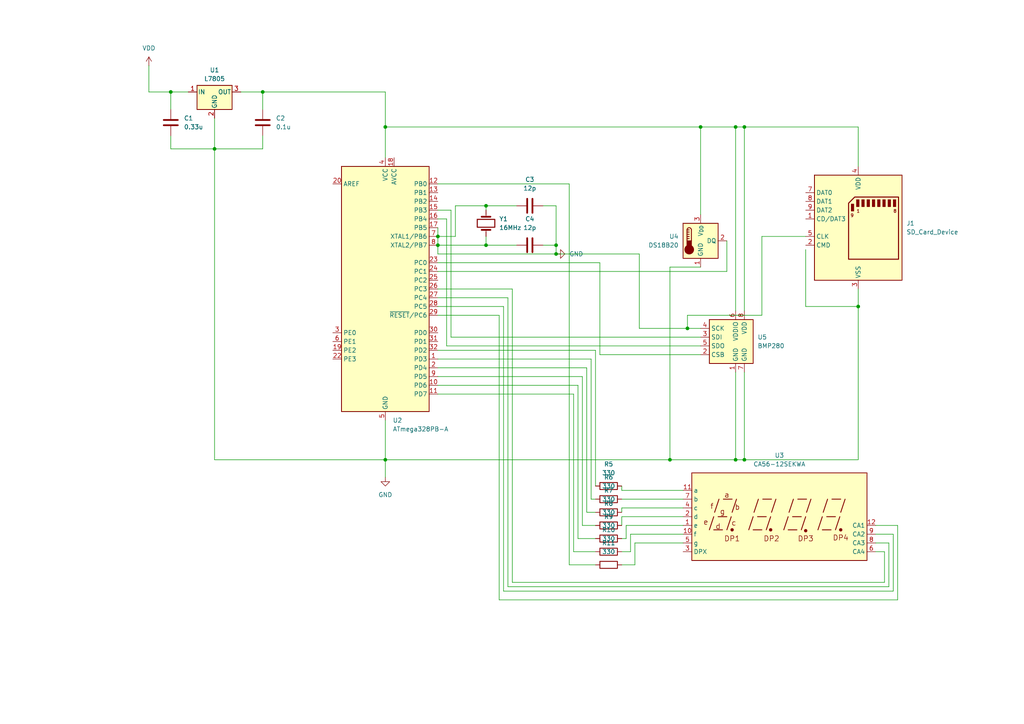
<source format=kicad_sch>
(kicad_sch
	(version 20250114)
	(generator "eeschema")
	(generator_version "9.0")
	(uuid "a85725b8-9f3d-404f-89f1-ba857862687b")
	(paper "A4")
	(lib_symbols
		(symbol "Connector:SD_Card_Device"
			(exclude_from_sim no)
			(in_bom yes)
			(on_board yes)
			(property "Reference" "J"
				(at -11.938 17.018 0)
				(effects
					(font
						(size 1.27 1.27)
					)
				)
			)
			(property "Value" "SD_Card_Device"
				(at 9.144 -17.272 0)
				(effects
					(font
						(size 1.27 1.27)
					)
				)
			)
			(property "Footprint" ""
				(at 0 0 0)
				(effects
					(font
						(size 1.27 1.27)
					)
					(hide yes)
				)
			)
			(property "Datasheet" "http://www.convict.lu/pdf/ProdManualSDCardv1.9.pdf"
				(at 0 0 0)
				(effects
					(font
						(size 1.27 1.27)
					)
					(hide yes)
				)
			)
			(property "Description" "SD card device/card"
				(at 0 0 0)
				(effects
					(font
						(size 1.27 1.27)
					)
					(hide yes)
				)
			)
			(property "ki_keywords" "connector SD"
				(at 0 0 0)
				(effects
					(font
						(size 1.27 1.27)
					)
					(hide yes)
				)
			)
			(property "ki_fp_filters" "SD*Device*"
				(at 0 0 0)
				(effects
					(font
						(size 1.27 1.27)
					)
					(hide yes)
				)
			)
			(symbol "SD_Card_Device_0_1"
				(rectangle
					(start -2.032 6.858)
					(end -1.27 4.826)
					(stroke
						(width 0)
						(type default)
					)
					(fill
						(type outline)
					)
				)
				(rectangle
					(start -0.508 8.128)
					(end 0.254 6.096)
					(stroke
						(width 0)
						(type default)
					)
					(fill
						(type outline)
					)
				)
				(rectangle
					(start 1.016 8.128)
					(end 1.778 6.096)
					(stroke
						(width 0)
						(type default)
					)
					(fill
						(type outline)
					)
				)
				(rectangle
					(start 2.54 8.128)
					(end 3.302 6.096)
					(stroke
						(width 0)
						(type default)
					)
					(fill
						(type outline)
					)
				)
				(rectangle
					(start 4.064 8.128)
					(end 4.826 6.096)
					(stroke
						(width 0)
						(type default)
					)
					(fill
						(type outline)
					)
				)
				(rectangle
					(start 5.588 8.128)
					(end 6.35 6.096)
					(stroke
						(width 0)
						(type default)
					)
					(fill
						(type outline)
					)
				)
				(rectangle
					(start 7.112 8.128)
					(end 7.874 6.096)
					(stroke
						(width 0)
						(type default)
					)
					(fill
						(type outline)
					)
				)
				(rectangle
					(start 8.636 8.128)
					(end 9.398 6.096)
					(stroke
						(width 0)
						(type default)
					)
					(fill
						(type outline)
					)
				)
				(rectangle
					(start 10.16 8.128)
					(end 10.922 6.096)
					(stroke
						(width 0)
						(type default)
					)
					(fill
						(type outline)
					)
				)
			)
			(symbol "SD_Card_Device_1_1"
				(rectangle
					(start -12.7 15.24)
					(end 12.7 -15.24)
					(stroke
						(width 0.254)
						(type default)
					)
					(fill
						(type background)
					)
				)
				(polyline
					(pts
						(xy -1.016 8.89) (xy 11.684 8.89) (xy 11.684 -9.144) (xy -2.794 -9.144) (xy -2.794 7.112) (xy -1.016 8.89)
					)
					(stroke
						(width 0.3)
						(type default)
					)
					(fill
						(type none)
					)
				)
				(text "9"
					(at -1.778 3.556 0)
					(effects
						(font
							(size 0.9 0.9)
						)
					)
				)
				(text "1"
					(at 0 4.826 0)
					(effects
						(font
							(size 0.9 0.9)
						)
					)
				)
				(text "8"
					(at 10.668 4.826 0)
					(effects
						(font
							(size 0.9 0.9)
						)
					)
				)
				(pin bidirectional line
					(at -15.24 10.16 0)
					(length 2.54)
					(name "DAT0"
						(effects
							(font
								(size 1.27 1.27)
							)
						)
					)
					(number "7"
						(effects
							(font
								(size 1.27 1.27)
							)
						)
					)
				)
				(pin bidirectional line
					(at -15.24 7.62 0)
					(length 2.54)
					(name "DAT1"
						(effects
							(font
								(size 1.27 1.27)
							)
						)
					)
					(number "8"
						(effects
							(font
								(size 1.27 1.27)
							)
						)
					)
				)
				(pin bidirectional line
					(at -15.24 5.08 0)
					(length 2.54)
					(name "DAT2"
						(effects
							(font
								(size 1.27 1.27)
							)
						)
					)
					(number "9"
						(effects
							(font
								(size 1.27 1.27)
							)
						)
					)
				)
				(pin bidirectional line
					(at -15.24 2.54 0)
					(length 2.54)
					(name "CD/DAT3"
						(effects
							(font
								(size 1.27 1.27)
							)
						)
					)
					(number "1"
						(effects
							(font
								(size 1.27 1.27)
							)
						)
					)
				)
				(pin input line
					(at -15.24 -2.54 0)
					(length 2.54)
					(name "CLK"
						(effects
							(font
								(size 1.27 1.27)
							)
						)
					)
					(number "5"
						(effects
							(font
								(size 1.27 1.27)
							)
						)
					)
				)
				(pin bidirectional line
					(at -15.24 -5.08 0)
					(length 2.54)
					(name "CMD"
						(effects
							(font
								(size 1.27 1.27)
							)
						)
					)
					(number "2"
						(effects
							(font
								(size 1.27 1.27)
							)
						)
					)
				)
				(pin power_in line
					(at 0 17.78 270)
					(length 2.54)
					(name "VDD"
						(effects
							(font
								(size 1.27 1.27)
							)
						)
					)
					(number "4"
						(effects
							(font
								(size 1.27 1.27)
							)
						)
					)
				)
				(pin power_in line
					(at 0 -17.78 90)
					(length 2.54)
					(name "VSS"
						(effects
							(font
								(size 1.27 1.27)
							)
						)
					)
					(number "3"
						(effects
							(font
								(size 1.27 1.27)
							)
						)
					)
				)
				(pin passive line
					(at 0 -17.78 90)
					(length 2.54)
					(hide yes)
					(name "VSS"
						(effects
							(font
								(size 1.27 1.27)
							)
						)
					)
					(number "6"
						(effects
							(font
								(size 1.27 1.27)
							)
						)
					)
				)
			)
			(embedded_fonts no)
		)
		(symbol "Device:C"
			(pin_numbers
				(hide yes)
			)
			(pin_names
				(offset 0.254)
			)
			(exclude_from_sim no)
			(in_bom yes)
			(on_board yes)
			(property "Reference" "C"
				(at 0.635 2.54 0)
				(effects
					(font
						(size 1.27 1.27)
					)
					(justify left)
				)
			)
			(property "Value" "C"
				(at 0.635 -2.54 0)
				(effects
					(font
						(size 1.27 1.27)
					)
					(justify left)
				)
			)
			(property "Footprint" ""
				(at 0.9652 -3.81 0)
				(effects
					(font
						(size 1.27 1.27)
					)
					(hide yes)
				)
			)
			(property "Datasheet" "~"
				(at 0 0 0)
				(effects
					(font
						(size 1.27 1.27)
					)
					(hide yes)
				)
			)
			(property "Description" "Unpolarized capacitor"
				(at 0 0 0)
				(effects
					(font
						(size 1.27 1.27)
					)
					(hide yes)
				)
			)
			(property "ki_keywords" "cap capacitor"
				(at 0 0 0)
				(effects
					(font
						(size 1.27 1.27)
					)
					(hide yes)
				)
			)
			(property "ki_fp_filters" "C_*"
				(at 0 0 0)
				(effects
					(font
						(size 1.27 1.27)
					)
					(hide yes)
				)
			)
			(symbol "C_0_1"
				(polyline
					(pts
						(xy -2.032 0.762) (xy 2.032 0.762)
					)
					(stroke
						(width 0.508)
						(type default)
					)
					(fill
						(type none)
					)
				)
				(polyline
					(pts
						(xy -2.032 -0.762) (xy 2.032 -0.762)
					)
					(stroke
						(width 0.508)
						(type default)
					)
					(fill
						(type none)
					)
				)
			)
			(symbol "C_1_1"
				(pin passive line
					(at 0 3.81 270)
					(length 2.794)
					(name "~"
						(effects
							(font
								(size 1.27 1.27)
							)
						)
					)
					(number "1"
						(effects
							(font
								(size 1.27 1.27)
							)
						)
					)
				)
				(pin passive line
					(at 0 -3.81 90)
					(length 2.794)
					(name "~"
						(effects
							(font
								(size 1.27 1.27)
							)
						)
					)
					(number "2"
						(effects
							(font
								(size 1.27 1.27)
							)
						)
					)
				)
			)
			(embedded_fonts no)
		)
		(symbol "Device:Crystal"
			(pin_numbers
				(hide yes)
			)
			(pin_names
				(offset 1.016)
				(hide yes)
			)
			(exclude_from_sim no)
			(in_bom yes)
			(on_board yes)
			(property "Reference" "Y"
				(at 0 3.81 0)
				(effects
					(font
						(size 1.27 1.27)
					)
				)
			)
			(property "Value" "Crystal"
				(at 0 -3.81 0)
				(effects
					(font
						(size 1.27 1.27)
					)
				)
			)
			(property "Footprint" ""
				(at 0 0 0)
				(effects
					(font
						(size 1.27 1.27)
					)
					(hide yes)
				)
			)
			(property "Datasheet" "~"
				(at 0 0 0)
				(effects
					(font
						(size 1.27 1.27)
					)
					(hide yes)
				)
			)
			(property "Description" "Two pin crystal"
				(at 0 0 0)
				(effects
					(font
						(size 1.27 1.27)
					)
					(hide yes)
				)
			)
			(property "ki_keywords" "quartz ceramic resonator oscillator"
				(at 0 0 0)
				(effects
					(font
						(size 1.27 1.27)
					)
					(hide yes)
				)
			)
			(property "ki_fp_filters" "Crystal*"
				(at 0 0 0)
				(effects
					(font
						(size 1.27 1.27)
					)
					(hide yes)
				)
			)
			(symbol "Crystal_0_1"
				(polyline
					(pts
						(xy -2.54 0) (xy -1.905 0)
					)
					(stroke
						(width 0)
						(type default)
					)
					(fill
						(type none)
					)
				)
				(polyline
					(pts
						(xy -1.905 -1.27) (xy -1.905 1.27)
					)
					(stroke
						(width 0.508)
						(type default)
					)
					(fill
						(type none)
					)
				)
				(rectangle
					(start -1.143 2.54)
					(end 1.143 -2.54)
					(stroke
						(width 0.3048)
						(type default)
					)
					(fill
						(type none)
					)
				)
				(polyline
					(pts
						(xy 1.905 -1.27) (xy 1.905 1.27)
					)
					(stroke
						(width 0.508)
						(type default)
					)
					(fill
						(type none)
					)
				)
				(polyline
					(pts
						(xy 2.54 0) (xy 1.905 0)
					)
					(stroke
						(width 0)
						(type default)
					)
					(fill
						(type none)
					)
				)
			)
			(symbol "Crystal_1_1"
				(pin passive line
					(at -3.81 0 0)
					(length 1.27)
					(name "1"
						(effects
							(font
								(size 1.27 1.27)
							)
						)
					)
					(number "1"
						(effects
							(font
								(size 1.27 1.27)
							)
						)
					)
				)
				(pin passive line
					(at 3.81 0 180)
					(length 1.27)
					(name "2"
						(effects
							(font
								(size 1.27 1.27)
							)
						)
					)
					(number "2"
						(effects
							(font
								(size 1.27 1.27)
							)
						)
					)
				)
			)
			(embedded_fonts no)
		)
		(symbol "Device:R"
			(pin_numbers
				(hide yes)
			)
			(pin_names
				(offset 0)
			)
			(exclude_from_sim no)
			(in_bom yes)
			(on_board yes)
			(property "Reference" "R"
				(at 2.032 0 90)
				(effects
					(font
						(size 1.27 1.27)
					)
				)
			)
			(property "Value" "R"
				(at 0 0 90)
				(effects
					(font
						(size 1.27 1.27)
					)
				)
			)
			(property "Footprint" ""
				(at -1.778 0 90)
				(effects
					(font
						(size 1.27 1.27)
					)
					(hide yes)
				)
			)
			(property "Datasheet" "~"
				(at 0 0 0)
				(effects
					(font
						(size 1.27 1.27)
					)
					(hide yes)
				)
			)
			(property "Description" "Resistor"
				(at 0 0 0)
				(effects
					(font
						(size 1.27 1.27)
					)
					(hide yes)
				)
			)
			(property "ki_keywords" "R res resistor"
				(at 0 0 0)
				(effects
					(font
						(size 1.27 1.27)
					)
					(hide yes)
				)
			)
			(property "ki_fp_filters" "R_*"
				(at 0 0 0)
				(effects
					(font
						(size 1.27 1.27)
					)
					(hide yes)
				)
			)
			(symbol "R_0_1"
				(rectangle
					(start -1.016 -2.54)
					(end 1.016 2.54)
					(stroke
						(width 0.254)
						(type default)
					)
					(fill
						(type none)
					)
				)
			)
			(symbol "R_1_1"
				(pin passive line
					(at 0 3.81 270)
					(length 1.27)
					(name "~"
						(effects
							(font
								(size 1.27 1.27)
							)
						)
					)
					(number "1"
						(effects
							(font
								(size 1.27 1.27)
							)
						)
					)
				)
				(pin passive line
					(at 0 -3.81 90)
					(length 1.27)
					(name "~"
						(effects
							(font
								(size 1.27 1.27)
							)
						)
					)
					(number "2"
						(effects
							(font
								(size 1.27 1.27)
							)
						)
					)
				)
			)
			(embedded_fonts no)
		)
		(symbol "Display_Character:CA56-12SEKWA"
			(exclude_from_sim no)
			(in_bom yes)
			(on_board yes)
			(property "Reference" "U"
				(at -24.13 13.97 0)
				(effects
					(font
						(size 1.27 1.27)
					)
				)
			)
			(property "Value" "CA56-12SEKWA"
				(at 17.78 13.97 0)
				(effects
					(font
						(size 1.27 1.27)
					)
				)
			)
			(property "Footprint" "Display_7Segment:CA56-12SEKWA"
				(at 0 -15.24 0)
				(effects
					(font
						(size 1.27 1.27)
					)
					(hide yes)
				)
			)
			(property "Datasheet" "http://www.kingbright.com/attachments/file/psearch/000/00/00/CA56-12SEKWA(Ver.7A).pdf"
				(at -10.922 0.762 0)
				(effects
					(font
						(size 1.27 1.27)
					)
					(hide yes)
				)
			)
			(property "Description" "4 digit 7 segment super bright orange LED, common anode"
				(at 0 0 0)
				(effects
					(font
						(size 1.27 1.27)
					)
					(hide yes)
				)
			)
			(property "ki_keywords" "display LED 7-segment"
				(at 0 0 0)
				(effects
					(font
						(size 1.27 1.27)
					)
					(hide yes)
				)
			)
			(property "ki_fp_filters" "*CA56*12SEKWA*"
				(at 0 0 0)
				(effects
					(font
						(size 1.27 1.27)
					)
					(hide yes)
				)
			)
			(symbol "CA56-12SEKWA_0_0"
				(rectangle
					(start -25.4 12.7)
					(end 25.4 -12.7)
					(stroke
						(width 0.254)
						(type default)
					)
					(fill
						(type background)
					)
				)
				(polyline
					(pts
						(xy -20.32 -3.81) (xy -19.05 0)
					)
					(stroke
						(width 0.254)
						(type default)
					)
					(fill
						(type none)
					)
				)
				(polyline
					(pts
						(xy -19.05 -3.81) (xy -16.51 -3.81)
					)
					(stroke
						(width 0.254)
						(type default)
					)
					(fill
						(type none)
					)
				)
				(polyline
					(pts
						(xy -18.796 1.27) (xy -17.526 5.08)
					)
					(stroke
						(width 0.254)
						(type default)
					)
					(fill
						(type none)
					)
				)
				(polyline
					(pts
						(xy -17.78 0) (xy -15.24 0)
					)
					(stroke
						(width 0.254)
						(type default)
					)
					(fill
						(type none)
					)
				)
				(polyline
					(pts
						(xy -16.256 5.08) (xy -13.716 5.08)
					)
					(stroke
						(width 0.254)
						(type default)
					)
					(fill
						(type none)
					)
				)
				(polyline
					(pts
						(xy -15.24 -3.81) (xy -13.97 0)
					)
					(stroke
						(width 0.254)
						(type default)
					)
					(fill
						(type none)
					)
				)
				(polyline
					(pts
						(xy -13.716 1.27) (xy -12.446 5.08)
					)
					(stroke
						(width 0.254)
						(type default)
					)
					(fill
						(type none)
					)
				)
				(polyline
					(pts
						(xy -8.89 -3.81) (xy -7.62 0)
					)
					(stroke
						(width 0.254)
						(type default)
					)
					(fill
						(type none)
					)
				)
				(polyline
					(pts
						(xy -7.62 -3.81) (xy -5.08 -3.81)
					)
					(stroke
						(width 0.254)
						(type default)
					)
					(fill
						(type none)
					)
				)
				(polyline
					(pts
						(xy -7.366 1.27) (xy -6.096 5.08)
					)
					(stroke
						(width 0.254)
						(type default)
					)
					(fill
						(type none)
					)
				)
				(polyline
					(pts
						(xy -6.35 0) (xy -3.81 0)
					)
					(stroke
						(width 0.254)
						(type default)
					)
					(fill
						(type none)
					)
				)
				(polyline
					(pts
						(xy -4.826 5.08) (xy -2.286 5.08)
					)
					(stroke
						(width 0.254)
						(type default)
					)
					(fill
						(type none)
					)
				)
				(polyline
					(pts
						(xy -3.81 -3.81) (xy -2.54 0)
					)
					(stroke
						(width 0.254)
						(type default)
					)
					(fill
						(type none)
					)
				)
				(polyline
					(pts
						(xy -2.286 1.27) (xy -1.016 5.08)
					)
					(stroke
						(width 0.254)
						(type default)
					)
					(fill
						(type none)
					)
				)
				(polyline
					(pts
						(xy 1.27 -3.81) (xy 2.54 0)
					)
					(stroke
						(width 0.254)
						(type default)
					)
					(fill
						(type none)
					)
				)
				(polyline
					(pts
						(xy 2.54 -3.81) (xy 5.08 -3.81)
					)
					(stroke
						(width 0.254)
						(type default)
					)
					(fill
						(type none)
					)
				)
				(polyline
					(pts
						(xy 2.794 1.27) (xy 4.064 5.08)
					)
					(stroke
						(width 0.254)
						(type default)
					)
					(fill
						(type none)
					)
				)
				(polyline
					(pts
						(xy 3.81 0) (xy 6.35 0)
					)
					(stroke
						(width 0.254)
						(type default)
					)
					(fill
						(type none)
					)
				)
				(polyline
					(pts
						(xy 5.334 5.08) (xy 7.874 5.08)
					)
					(stroke
						(width 0.254)
						(type default)
					)
					(fill
						(type none)
					)
				)
				(polyline
					(pts
						(xy 6.35 -3.81) (xy 7.62 0)
					)
					(stroke
						(width 0.254)
						(type default)
					)
					(fill
						(type none)
					)
				)
				(polyline
					(pts
						(xy 7.874 1.27) (xy 9.144 5.08)
					)
					(stroke
						(width 0.254)
						(type default)
					)
					(fill
						(type none)
					)
				)
				(polyline
					(pts
						(xy 11.176 -3.81) (xy 12.446 0)
					)
					(stroke
						(width 0.254)
						(type default)
					)
					(fill
						(type none)
					)
				)
				(polyline
					(pts
						(xy 12.446 -3.81) (xy 14.986 -3.81)
					)
					(stroke
						(width 0.254)
						(type default)
					)
					(fill
						(type none)
					)
				)
				(polyline
					(pts
						(xy 12.7 1.27) (xy 13.97 5.08)
					)
					(stroke
						(width 0.254)
						(type default)
					)
					(fill
						(type none)
					)
				)
				(polyline
					(pts
						(xy 13.716 0) (xy 16.256 0)
					)
					(stroke
						(width 0.254)
						(type default)
					)
					(fill
						(type none)
					)
				)
				(polyline
					(pts
						(xy 15.24 5.08) (xy 17.78 5.08)
					)
					(stroke
						(width 0.254)
						(type default)
					)
					(fill
						(type none)
					)
				)
				(polyline
					(pts
						(xy 16.256 -3.81) (xy 17.526 0)
					)
					(stroke
						(width 0.254)
						(type default)
					)
					(fill
						(type none)
					)
				)
				(polyline
					(pts
						(xy 17.78 1.27) (xy 19.05 5.08)
					)
					(stroke
						(width 0.254)
						(type default)
					)
					(fill
						(type none)
					)
				)
				(text "e"
					(at -21.336 -1.524 0)
					(effects
						(font
							(size 1.524 1.524)
						)
					)
				)
				(text "f"
					(at -19.558 3.048 0)
					(effects
						(font
							(size 1.524 1.524)
						)
					)
				)
				(text "d"
					(at -17.78 -2.794 0)
					(effects
						(font
							(size 1.524 1.524)
						)
					)
				)
				(text "g"
					(at -16.51 1.524 0)
					(effects
						(font
							(size 1.524 1.524)
						)
					)
				)
				(text "a"
					(at -15.24 6.35 0)
					(effects
						(font
							(size 1.524 1.524)
						)
					)
				)
				(text "DP1"
					(at -13.716 -6.35 0)
					(effects
						(font
							(size 1.524 1.524)
						)
					)
				)
				(text "c"
					(at -13.208 -1.778 0)
					(effects
						(font
							(size 1.524 1.524)
						)
					)
				)
				(text "b"
					(at -12.192 2.794 0)
					(effects
						(font
							(size 1.524 1.524)
						)
					)
				)
				(text "DP2"
					(at -2.286 -6.35 0)
					(effects
						(font
							(size 1.524 1.524)
						)
					)
				)
				(text "DP3"
					(at 7.62 -6.35 0)
					(effects
						(font
							(size 1.524 1.524)
						)
					)
				)
				(text "DP4"
					(at 17.78 -6.096 0)
					(effects
						(font
							(size 1.524 1.524)
						)
					)
				)
			)
			(symbol "CA56-12SEKWA_0_1"
				(circle
					(center -13.716 -3.81)
					(radius 0.3556)
					(stroke
						(width 0.254)
						(type default)
					)
					(fill
						(type outline)
					)
				)
				(circle
					(center -2.54 -3.81)
					(radius 0.3556)
					(stroke
						(width 0.254)
						(type default)
					)
					(fill
						(type outline)
					)
				)
			)
			(symbol "CA56-12SEKWA_1_0"
				(circle
					(center 7.62 -4.064)
					(radius 0.3556)
					(stroke
						(width 0.254)
						(type default)
					)
					(fill
						(type outline)
					)
				)
				(circle
					(center 17.78 -3.81)
					(radius 0.3556)
					(stroke
						(width 0.254)
						(type default)
					)
					(fill
						(type outline)
					)
				)
			)
			(symbol "CA56-12SEKWA_1_1"
				(pin input line
					(at -27.94 7.62 0)
					(length 2.54)
					(name "a"
						(effects
							(font
								(size 1.27 1.27)
							)
						)
					)
					(number "11"
						(effects
							(font
								(size 1.27 1.27)
							)
						)
					)
				)
				(pin input line
					(at -27.94 5.08 0)
					(length 2.54)
					(name "b"
						(effects
							(font
								(size 1.27 1.27)
							)
						)
					)
					(number "7"
						(effects
							(font
								(size 1.27 1.27)
							)
						)
					)
				)
				(pin input line
					(at -27.94 2.54 0)
					(length 2.54)
					(name "c"
						(effects
							(font
								(size 1.27 1.27)
							)
						)
					)
					(number "4"
						(effects
							(font
								(size 1.27 1.27)
							)
						)
					)
				)
				(pin input line
					(at -27.94 0 0)
					(length 2.54)
					(name "d"
						(effects
							(font
								(size 1.27 1.27)
							)
						)
					)
					(number "2"
						(effects
							(font
								(size 1.27 1.27)
							)
						)
					)
				)
				(pin input line
					(at -27.94 -2.54 0)
					(length 2.54)
					(name "e"
						(effects
							(font
								(size 1.27 1.27)
							)
						)
					)
					(number "1"
						(effects
							(font
								(size 1.27 1.27)
							)
						)
					)
				)
				(pin input line
					(at -27.94 -5.08 0)
					(length 2.54)
					(name "f"
						(effects
							(font
								(size 1.27 1.27)
							)
						)
					)
					(number "10"
						(effects
							(font
								(size 1.27 1.27)
							)
						)
					)
				)
				(pin input line
					(at -27.94 -7.62 0)
					(length 2.54)
					(name "g"
						(effects
							(font
								(size 1.27 1.27)
							)
						)
					)
					(number "5"
						(effects
							(font
								(size 1.27 1.27)
							)
						)
					)
				)
				(pin input line
					(at -27.94 -10.16 0)
					(length 2.54)
					(name "DPX"
						(effects
							(font
								(size 1.27 1.27)
							)
						)
					)
					(number "3"
						(effects
							(font
								(size 1.27 1.27)
							)
						)
					)
				)
				(pin input line
					(at 27.94 -2.54 180)
					(length 2.54)
					(name "CA1"
						(effects
							(font
								(size 1.27 1.27)
							)
						)
					)
					(number "12"
						(effects
							(font
								(size 1.27 1.27)
							)
						)
					)
				)
				(pin input line
					(at 27.94 -5.08 180)
					(length 2.54)
					(name "CA2"
						(effects
							(font
								(size 1.27 1.27)
							)
						)
					)
					(number "9"
						(effects
							(font
								(size 1.27 1.27)
							)
						)
					)
				)
				(pin input line
					(at 27.94 -7.62 180)
					(length 2.54)
					(name "CA3"
						(effects
							(font
								(size 1.27 1.27)
							)
						)
					)
					(number "8"
						(effects
							(font
								(size 1.27 1.27)
							)
						)
					)
				)
				(pin input line
					(at 27.94 -10.16 180)
					(length 2.54)
					(name "CA4"
						(effects
							(font
								(size 1.27 1.27)
							)
						)
					)
					(number "6"
						(effects
							(font
								(size 1.27 1.27)
							)
						)
					)
				)
			)
			(embedded_fonts no)
		)
		(symbol "MCU_Microchip_ATmega:ATmega328PB-A"
			(exclude_from_sim no)
			(in_bom yes)
			(on_board yes)
			(property "Reference" "U"
				(at -12.7 36.83 0)
				(effects
					(font
						(size 1.27 1.27)
					)
					(justify left bottom)
				)
			)
			(property "Value" "ATmega328PB-A"
				(at 2.54 -36.83 0)
				(effects
					(font
						(size 1.27 1.27)
					)
					(justify left top)
				)
			)
			(property "Footprint" "Package_QFP:TQFP-32_7x7mm_P0.8mm"
				(at 0 0 0)
				(effects
					(font
						(size 1.27 1.27)
						(italic yes)
					)
					(hide yes)
				)
			)
			(property "Datasheet" "http://ww1.microchip.com/downloads/en/DeviceDoc/40001906C.pdf"
				(at 0 0 0)
				(effects
					(font
						(size 1.27 1.27)
					)
					(hide yes)
				)
			)
			(property "Description" "20MHz, 32kB Flash, 2kB SRAM, 1kB EEPROM, TQFP-32"
				(at 0 0 0)
				(effects
					(font
						(size 1.27 1.27)
					)
					(hide yes)
				)
			)
			(property "ki_keywords" "AVR 8bit Microcontroller MegaAVR"
				(at 0 0 0)
				(effects
					(font
						(size 1.27 1.27)
					)
					(hide yes)
				)
			)
			(property "ki_fp_filters" "TQFP*7x7mm*P0.8mm*"
				(at 0 0 0)
				(effects
					(font
						(size 1.27 1.27)
					)
					(hide yes)
				)
			)
			(symbol "ATmega328PB-A_0_1"
				(rectangle
					(start -12.7 -35.56)
					(end 12.7 35.56)
					(stroke
						(width 0.254)
						(type default)
					)
					(fill
						(type background)
					)
				)
			)
			(symbol "ATmega328PB-A_1_1"
				(pin passive line
					(at -15.24 30.48 0)
					(length 2.54)
					(name "AREF"
						(effects
							(font
								(size 1.27 1.27)
							)
						)
					)
					(number "20"
						(effects
							(font
								(size 1.27 1.27)
							)
						)
					)
				)
				(pin bidirectional line
					(at -15.24 -12.7 0)
					(length 2.54)
					(name "PE0"
						(effects
							(font
								(size 1.27 1.27)
							)
						)
					)
					(number "3"
						(effects
							(font
								(size 1.27 1.27)
							)
						)
					)
				)
				(pin bidirectional line
					(at -15.24 -15.24 0)
					(length 2.54)
					(name "PE1"
						(effects
							(font
								(size 1.27 1.27)
							)
						)
					)
					(number "6"
						(effects
							(font
								(size 1.27 1.27)
							)
						)
					)
				)
				(pin bidirectional line
					(at -15.24 -17.78 0)
					(length 2.54)
					(name "PE2"
						(effects
							(font
								(size 1.27 1.27)
							)
						)
					)
					(number "19"
						(effects
							(font
								(size 1.27 1.27)
							)
						)
					)
				)
				(pin bidirectional line
					(at -15.24 -20.32 0)
					(length 2.54)
					(name "PE3"
						(effects
							(font
								(size 1.27 1.27)
							)
						)
					)
					(number "22"
						(effects
							(font
								(size 1.27 1.27)
							)
						)
					)
				)
				(pin power_in line
					(at 0 38.1 270)
					(length 2.54)
					(name "VCC"
						(effects
							(font
								(size 1.27 1.27)
							)
						)
					)
					(number "4"
						(effects
							(font
								(size 1.27 1.27)
							)
						)
					)
				)
				(pin passive line
					(at 0 -38.1 90)
					(length 2.54)
					(hide yes)
					(name "GND"
						(effects
							(font
								(size 1.27 1.27)
							)
						)
					)
					(number "21"
						(effects
							(font
								(size 1.27 1.27)
							)
						)
					)
				)
				(pin power_in line
					(at 0 -38.1 90)
					(length 2.54)
					(name "GND"
						(effects
							(font
								(size 1.27 1.27)
							)
						)
					)
					(number "5"
						(effects
							(font
								(size 1.27 1.27)
							)
						)
					)
				)
				(pin power_in line
					(at 2.54 38.1 270)
					(length 2.54)
					(name "AVCC"
						(effects
							(font
								(size 1.27 1.27)
							)
						)
					)
					(number "18"
						(effects
							(font
								(size 1.27 1.27)
							)
						)
					)
				)
				(pin bidirectional line
					(at 15.24 30.48 180)
					(length 2.54)
					(name "PB0"
						(effects
							(font
								(size 1.27 1.27)
							)
						)
					)
					(number "12"
						(effects
							(font
								(size 1.27 1.27)
							)
						)
					)
				)
				(pin bidirectional line
					(at 15.24 27.94 180)
					(length 2.54)
					(name "PB1"
						(effects
							(font
								(size 1.27 1.27)
							)
						)
					)
					(number "13"
						(effects
							(font
								(size 1.27 1.27)
							)
						)
					)
				)
				(pin bidirectional line
					(at 15.24 25.4 180)
					(length 2.54)
					(name "PB2"
						(effects
							(font
								(size 1.27 1.27)
							)
						)
					)
					(number "14"
						(effects
							(font
								(size 1.27 1.27)
							)
						)
					)
				)
				(pin bidirectional line
					(at 15.24 22.86 180)
					(length 2.54)
					(name "PB3"
						(effects
							(font
								(size 1.27 1.27)
							)
						)
					)
					(number "15"
						(effects
							(font
								(size 1.27 1.27)
							)
						)
					)
				)
				(pin bidirectional line
					(at 15.24 20.32 180)
					(length 2.54)
					(name "PB4"
						(effects
							(font
								(size 1.27 1.27)
							)
						)
					)
					(number "16"
						(effects
							(font
								(size 1.27 1.27)
							)
						)
					)
				)
				(pin bidirectional line
					(at 15.24 17.78 180)
					(length 2.54)
					(name "PB5"
						(effects
							(font
								(size 1.27 1.27)
							)
						)
					)
					(number "17"
						(effects
							(font
								(size 1.27 1.27)
							)
						)
					)
				)
				(pin bidirectional line
					(at 15.24 15.24 180)
					(length 2.54)
					(name "XTAL1/PB6"
						(effects
							(font
								(size 1.27 1.27)
							)
						)
					)
					(number "7"
						(effects
							(font
								(size 1.27 1.27)
							)
						)
					)
				)
				(pin bidirectional line
					(at 15.24 12.7 180)
					(length 2.54)
					(name "XTAL2/PB7"
						(effects
							(font
								(size 1.27 1.27)
							)
						)
					)
					(number "8"
						(effects
							(font
								(size 1.27 1.27)
							)
						)
					)
				)
				(pin bidirectional line
					(at 15.24 7.62 180)
					(length 2.54)
					(name "PC0"
						(effects
							(font
								(size 1.27 1.27)
							)
						)
					)
					(number "23"
						(effects
							(font
								(size 1.27 1.27)
							)
						)
					)
				)
				(pin bidirectional line
					(at 15.24 5.08 180)
					(length 2.54)
					(name "PC1"
						(effects
							(font
								(size 1.27 1.27)
							)
						)
					)
					(number "24"
						(effects
							(font
								(size 1.27 1.27)
							)
						)
					)
				)
				(pin bidirectional line
					(at 15.24 2.54 180)
					(length 2.54)
					(name "PC2"
						(effects
							(font
								(size 1.27 1.27)
							)
						)
					)
					(number "25"
						(effects
							(font
								(size 1.27 1.27)
							)
						)
					)
				)
				(pin bidirectional line
					(at 15.24 0 180)
					(length 2.54)
					(name "PC3"
						(effects
							(font
								(size 1.27 1.27)
							)
						)
					)
					(number "26"
						(effects
							(font
								(size 1.27 1.27)
							)
						)
					)
				)
				(pin bidirectional line
					(at 15.24 -2.54 180)
					(length 2.54)
					(name "PC4"
						(effects
							(font
								(size 1.27 1.27)
							)
						)
					)
					(number "27"
						(effects
							(font
								(size 1.27 1.27)
							)
						)
					)
				)
				(pin bidirectional line
					(at 15.24 -5.08 180)
					(length 2.54)
					(name "PC5"
						(effects
							(font
								(size 1.27 1.27)
							)
						)
					)
					(number "28"
						(effects
							(font
								(size 1.27 1.27)
							)
						)
					)
				)
				(pin bidirectional line
					(at 15.24 -7.62 180)
					(length 2.54)
					(name "~{RESET}/PC6"
						(effects
							(font
								(size 1.27 1.27)
							)
						)
					)
					(number "29"
						(effects
							(font
								(size 1.27 1.27)
							)
						)
					)
				)
				(pin bidirectional line
					(at 15.24 -12.7 180)
					(length 2.54)
					(name "PD0"
						(effects
							(font
								(size 1.27 1.27)
							)
						)
					)
					(number "30"
						(effects
							(font
								(size 1.27 1.27)
							)
						)
					)
				)
				(pin bidirectional line
					(at 15.24 -15.24 180)
					(length 2.54)
					(name "PD1"
						(effects
							(font
								(size 1.27 1.27)
							)
						)
					)
					(number "31"
						(effects
							(font
								(size 1.27 1.27)
							)
						)
					)
				)
				(pin bidirectional line
					(at 15.24 -17.78 180)
					(length 2.54)
					(name "PD2"
						(effects
							(font
								(size 1.27 1.27)
							)
						)
					)
					(number "32"
						(effects
							(font
								(size 1.27 1.27)
							)
						)
					)
				)
				(pin bidirectional line
					(at 15.24 -20.32 180)
					(length 2.54)
					(name "PD3"
						(effects
							(font
								(size 1.27 1.27)
							)
						)
					)
					(number "1"
						(effects
							(font
								(size 1.27 1.27)
							)
						)
					)
				)
				(pin bidirectional line
					(at 15.24 -22.86 180)
					(length 2.54)
					(name "PD4"
						(effects
							(font
								(size 1.27 1.27)
							)
						)
					)
					(number "2"
						(effects
							(font
								(size 1.27 1.27)
							)
						)
					)
				)
				(pin bidirectional line
					(at 15.24 -25.4 180)
					(length 2.54)
					(name "PD5"
						(effects
							(font
								(size 1.27 1.27)
							)
						)
					)
					(number "9"
						(effects
							(font
								(size 1.27 1.27)
							)
						)
					)
				)
				(pin bidirectional line
					(at 15.24 -27.94 180)
					(length 2.54)
					(name "PD6"
						(effects
							(font
								(size 1.27 1.27)
							)
						)
					)
					(number "10"
						(effects
							(font
								(size 1.27 1.27)
							)
						)
					)
				)
				(pin bidirectional line
					(at 15.24 -30.48 180)
					(length 2.54)
					(name "PD7"
						(effects
							(font
								(size 1.27 1.27)
							)
						)
					)
					(number "11"
						(effects
							(font
								(size 1.27 1.27)
							)
						)
					)
				)
			)
			(embedded_fonts no)
		)
		(symbol "Regulator_Linear:L7805"
			(pin_names
				(offset 0.254)
			)
			(exclude_from_sim no)
			(in_bom yes)
			(on_board yes)
			(property "Reference" "U"
				(at -3.81 3.175 0)
				(effects
					(font
						(size 1.27 1.27)
					)
				)
			)
			(property "Value" "L7805"
				(at 0 3.175 0)
				(effects
					(font
						(size 1.27 1.27)
					)
					(justify left)
				)
			)
			(property "Footprint" ""
				(at 0.635 -3.81 0)
				(effects
					(font
						(size 1.27 1.27)
						(italic yes)
					)
					(justify left)
					(hide yes)
				)
			)
			(property "Datasheet" "http://www.st.com/content/ccc/resource/technical/document/datasheet/41/4f/b3/b0/12/d4/47/88/CD00000444.pdf/files/CD00000444.pdf/jcr:content/translations/en.CD00000444.pdf"
				(at 0 -1.27 0)
				(effects
					(font
						(size 1.27 1.27)
					)
					(hide yes)
				)
			)
			(property "Description" "Positive 1.5A 35V Linear Regulator, Fixed Output 5V, TO-220/TO-263/TO-252"
				(at 0 0 0)
				(effects
					(font
						(size 1.27 1.27)
					)
					(hide yes)
				)
			)
			(property "ki_keywords" "Voltage Regulator 1.5A Positive"
				(at 0 0 0)
				(effects
					(font
						(size 1.27 1.27)
					)
					(hide yes)
				)
			)
			(property "ki_fp_filters" "TO?252* TO?263* TO?220*"
				(at 0 0 0)
				(effects
					(font
						(size 1.27 1.27)
					)
					(hide yes)
				)
			)
			(symbol "L7805_0_1"
				(rectangle
					(start -5.08 1.905)
					(end 5.08 -5.08)
					(stroke
						(width 0.254)
						(type default)
					)
					(fill
						(type background)
					)
				)
			)
			(symbol "L7805_1_1"
				(pin power_in line
					(at -7.62 0 0)
					(length 2.54)
					(name "IN"
						(effects
							(font
								(size 1.27 1.27)
							)
						)
					)
					(number "1"
						(effects
							(font
								(size 1.27 1.27)
							)
						)
					)
				)
				(pin power_in line
					(at 0 -7.62 90)
					(length 2.54)
					(name "GND"
						(effects
							(font
								(size 1.27 1.27)
							)
						)
					)
					(number "2"
						(effects
							(font
								(size 1.27 1.27)
							)
						)
					)
				)
				(pin power_out line
					(at 7.62 0 180)
					(length 2.54)
					(name "OUT"
						(effects
							(font
								(size 1.27 1.27)
							)
						)
					)
					(number "3"
						(effects
							(font
								(size 1.27 1.27)
							)
						)
					)
				)
			)
			(embedded_fonts no)
		)
		(symbol "Sensor_Pressure:BMP280"
			(exclude_from_sim no)
			(in_bom yes)
			(on_board yes)
			(property "Reference" "U"
				(at -7.62 10.16 0)
				(effects
					(font
						(size 1.27 1.27)
					)
					(justify left top)
				)
			)
			(property "Value" "BMP280"
				(at 5.08 10.16 0)
				(effects
					(font
						(size 1.27 1.27)
					)
					(justify left top)
				)
			)
			(property "Footprint" "Package_LGA:Bosch_LGA-8_2x2.5mm_P0.65mm_ClockwisePinNumbering"
				(at 0 -17.78 0)
				(effects
					(font
						(size 1.27 1.27)
					)
					(hide yes)
				)
			)
			(property "Datasheet" "https://ae-bst.resource.bosch.com/media/_tech/media/datasheets/BST-BMP280-DS001.pdf"
				(at 0 0 0)
				(effects
					(font
						(size 1.27 1.27)
					)
					(hide yes)
				)
			)
			(property "Description" "Absolute Barometric Pressure Sensor, LGA-8"
				(at 0 0 0)
				(effects
					(font
						(size 1.27 1.27)
					)
					(hide yes)
				)
			)
			(property "ki_keywords" "I2C, SPI, pressure, temperature, sensor"
				(at 0 0 0)
				(effects
					(font
						(size 1.27 1.27)
					)
					(hide yes)
				)
			)
			(property "ki_fp_filters" "Bosch*LGA*2x2.5mm*P0.65mm*"
				(at 0 0 0)
				(effects
					(font
						(size 1.27 1.27)
					)
					(hide yes)
				)
			)
			(symbol "BMP280_0_1"
				(rectangle
					(start -7.62 -5.08)
					(end 5.08 7.62)
					(stroke
						(width 0.254)
						(type default)
					)
					(fill
						(type background)
					)
				)
			)
			(symbol "BMP280_1_1"
				(pin input line
					(at -10.16 5.08 0)
					(length 2.54)
					(name "SCK"
						(effects
							(font
								(size 1.27 1.27)
							)
						)
					)
					(number "4"
						(effects
							(font
								(size 1.27 1.27)
							)
						)
					)
				)
				(pin bidirectional line
					(at -10.16 2.54 0)
					(length 2.54)
					(name "SDI"
						(effects
							(font
								(size 1.27 1.27)
							)
						)
					)
					(number "3"
						(effects
							(font
								(size 1.27 1.27)
							)
						)
					)
				)
				(pin bidirectional line
					(at -10.16 0 0)
					(length 2.54)
					(name "SDO"
						(effects
							(font
								(size 1.27 1.27)
							)
						)
					)
					(number "5"
						(effects
							(font
								(size 1.27 1.27)
							)
						)
					)
				)
				(pin input line
					(at -10.16 -2.54 0)
					(length 2.54)
					(name "CSB"
						(effects
							(font
								(size 1.27 1.27)
							)
						)
					)
					(number "2"
						(effects
							(font
								(size 1.27 1.27)
							)
						)
					)
				)
				(pin power_in line
					(at 0 10.16 270)
					(length 2.54)
					(name "VDDIO"
						(effects
							(font
								(size 1.27 1.27)
							)
						)
					)
					(number "6"
						(effects
							(font
								(size 1.27 1.27)
							)
						)
					)
				)
				(pin power_in line
					(at 0 -7.62 90)
					(length 2.54)
					(name "GND"
						(effects
							(font
								(size 1.27 1.27)
							)
						)
					)
					(number "1"
						(effects
							(font
								(size 1.27 1.27)
							)
						)
					)
				)
				(pin power_in line
					(at 2.54 10.16 270)
					(length 2.54)
					(name "VDD"
						(effects
							(font
								(size 1.27 1.27)
							)
						)
					)
					(number "8"
						(effects
							(font
								(size 1.27 1.27)
							)
						)
					)
				)
				(pin power_in line
					(at 2.54 -7.62 90)
					(length 2.54)
					(name "GND"
						(effects
							(font
								(size 1.27 1.27)
							)
						)
					)
					(number "7"
						(effects
							(font
								(size 1.27 1.27)
							)
						)
					)
				)
			)
			(embedded_fonts no)
		)
		(symbol "Sensor_Temperature:DS18B20"
			(exclude_from_sim no)
			(in_bom yes)
			(on_board yes)
			(property "Reference" "U"
				(at -3.81 6.35 0)
				(effects
					(font
						(size 1.27 1.27)
					)
				)
			)
			(property "Value" "DS18B20"
				(at 6.35 6.35 0)
				(effects
					(font
						(size 1.27 1.27)
					)
				)
			)
			(property "Footprint" "Package_TO_SOT_THT:TO-92_Inline"
				(at -25.4 -6.35 0)
				(effects
					(font
						(size 1.27 1.27)
					)
					(hide yes)
				)
			)
			(property "Datasheet" "http://datasheets.maximintegrated.com/en/ds/DS18B20.pdf"
				(at -3.81 6.35 0)
				(effects
					(font
						(size 1.27 1.27)
					)
					(hide yes)
				)
			)
			(property "Description" "Programmable Resolution 1-Wire Digital Thermometer TO-92"
				(at 0 0 0)
				(effects
					(font
						(size 1.27 1.27)
					)
					(hide yes)
				)
			)
			(property "ki_keywords" "OneWire 1Wire Dallas Maxim"
				(at 0 0 0)
				(effects
					(font
						(size 1.27 1.27)
					)
					(hide yes)
				)
			)
			(property "ki_fp_filters" "TO*92*"
				(at 0 0 0)
				(effects
					(font
						(size 1.27 1.27)
					)
					(hide yes)
				)
			)
			(symbol "DS18B20_0_1"
				(rectangle
					(start -5.08 5.08)
					(end 5.08 -5.08)
					(stroke
						(width 0.254)
						(type default)
					)
					(fill
						(type background)
					)
				)
				(polyline
					(pts
						(xy -3.937 3.175) (xy -3.937 0)
					)
					(stroke
						(width 0.254)
						(type default)
					)
					(fill
						(type none)
					)
				)
				(polyline
					(pts
						(xy -3.937 3.175) (xy -3.302 3.175)
					)
					(stroke
						(width 0.254)
						(type default)
					)
					(fill
						(type none)
					)
				)
				(polyline
					(pts
						(xy -3.937 2.54) (xy -3.302 2.54)
					)
					(stroke
						(width 0.254)
						(type default)
					)
					(fill
						(type none)
					)
				)
				(polyline
					(pts
						(xy -3.937 1.905) (xy -3.302 1.905)
					)
					(stroke
						(width 0.254)
						(type default)
					)
					(fill
						(type none)
					)
				)
				(polyline
					(pts
						(xy -3.937 1.27) (xy -3.302 1.27)
					)
					(stroke
						(width 0.254)
						(type default)
					)
					(fill
						(type none)
					)
				)
				(polyline
					(pts
						(xy -3.937 0.635) (xy -3.302 0.635)
					)
					(stroke
						(width 0.254)
						(type default)
					)
					(fill
						(type none)
					)
				)
				(arc
					(start -3.937 3.175)
					(mid -3.302 3.8073)
					(end -2.667 3.175)
					(stroke
						(width 0.254)
						(type default)
					)
					(fill
						(type none)
					)
				)
				(circle
					(center -3.302 -2.54)
					(radius 1.27)
					(stroke
						(width 0.254)
						(type default)
					)
					(fill
						(type outline)
					)
				)
				(polyline
					(pts
						(xy -2.667 3.175) (xy -2.667 0)
					)
					(stroke
						(width 0.254)
						(type default)
					)
					(fill
						(type none)
					)
				)
				(rectangle
					(start -2.667 -1.905)
					(end -3.937 0)
					(stroke
						(width 0.254)
						(type default)
					)
					(fill
						(type outline)
					)
				)
			)
			(symbol "DS18B20_1_1"
				(pin power_in line
					(at 0 7.62 270)
					(length 2.54)
					(name "V_{DD}"
						(effects
							(font
								(size 1.27 1.27)
							)
						)
					)
					(number "3"
						(effects
							(font
								(size 1.27 1.27)
							)
						)
					)
				)
				(pin power_in line
					(at 0 -7.62 90)
					(length 2.54)
					(name "GND"
						(effects
							(font
								(size 1.27 1.27)
							)
						)
					)
					(number "1"
						(effects
							(font
								(size 1.27 1.27)
							)
						)
					)
				)
				(pin bidirectional line
					(at 7.62 0 180)
					(length 2.54)
					(name "DQ"
						(effects
							(font
								(size 1.27 1.27)
							)
						)
					)
					(number "2"
						(effects
							(font
								(size 1.27 1.27)
							)
						)
					)
				)
			)
			(embedded_fonts no)
		)
		(symbol "power:GND"
			(power)
			(pin_numbers
				(hide yes)
			)
			(pin_names
				(offset 0)
				(hide yes)
			)
			(exclude_from_sim no)
			(in_bom yes)
			(on_board yes)
			(property "Reference" "#PWR"
				(at 0 -6.35 0)
				(effects
					(font
						(size 1.27 1.27)
					)
					(hide yes)
				)
			)
			(property "Value" "GND"
				(at 0 -3.81 0)
				(effects
					(font
						(size 1.27 1.27)
					)
				)
			)
			(property "Footprint" ""
				(at 0 0 0)
				(effects
					(font
						(size 1.27 1.27)
					)
					(hide yes)
				)
			)
			(property "Datasheet" ""
				(at 0 0 0)
				(effects
					(font
						(size 1.27 1.27)
					)
					(hide yes)
				)
			)
			(property "Description" "Power symbol creates a global label with name \"GND\" , ground"
				(at 0 0 0)
				(effects
					(font
						(size 1.27 1.27)
					)
					(hide yes)
				)
			)
			(property "ki_keywords" "global power"
				(at 0 0 0)
				(effects
					(font
						(size 1.27 1.27)
					)
					(hide yes)
				)
			)
			(symbol "GND_0_1"
				(polyline
					(pts
						(xy 0 0) (xy 0 -1.27) (xy 1.27 -1.27) (xy 0 -2.54) (xy -1.27 -1.27) (xy 0 -1.27)
					)
					(stroke
						(width 0)
						(type default)
					)
					(fill
						(type none)
					)
				)
			)
			(symbol "GND_1_1"
				(pin power_in line
					(at 0 0 270)
					(length 0)
					(name "~"
						(effects
							(font
								(size 1.27 1.27)
							)
						)
					)
					(number "1"
						(effects
							(font
								(size 1.27 1.27)
							)
						)
					)
				)
			)
			(embedded_fonts no)
		)
		(symbol "power:VCC"
			(power)
			(pin_numbers
				(hide yes)
			)
			(pin_names
				(offset 0)
				(hide yes)
			)
			(exclude_from_sim no)
			(in_bom yes)
			(on_board yes)
			(property "Reference" "#PWR"
				(at 0 -3.81 0)
				(effects
					(font
						(size 1.27 1.27)
					)
					(hide yes)
				)
			)
			(property "Value" "VCC"
				(at 0 3.556 0)
				(effects
					(font
						(size 1.27 1.27)
					)
				)
			)
			(property "Footprint" ""
				(at 0 0 0)
				(effects
					(font
						(size 1.27 1.27)
					)
					(hide yes)
				)
			)
			(property "Datasheet" ""
				(at 0 0 0)
				(effects
					(font
						(size 1.27 1.27)
					)
					(hide yes)
				)
			)
			(property "Description" "Power symbol creates a global label with name \"VCC\""
				(at 0 0 0)
				(effects
					(font
						(size 1.27 1.27)
					)
					(hide yes)
				)
			)
			(property "ki_keywords" "global power"
				(at 0 0 0)
				(effects
					(font
						(size 1.27 1.27)
					)
					(hide yes)
				)
			)
			(symbol "VCC_0_1"
				(polyline
					(pts
						(xy -0.762 1.27) (xy 0 2.54)
					)
					(stroke
						(width 0)
						(type default)
					)
					(fill
						(type none)
					)
				)
				(polyline
					(pts
						(xy 0 2.54) (xy 0.762 1.27)
					)
					(stroke
						(width 0)
						(type default)
					)
					(fill
						(type none)
					)
				)
				(polyline
					(pts
						(xy 0 0) (xy 0 2.54)
					)
					(stroke
						(width 0)
						(type default)
					)
					(fill
						(type none)
					)
				)
			)
			(symbol "VCC_1_1"
				(pin power_in line
					(at 0 0 90)
					(length 0)
					(name "~"
						(effects
							(font
								(size 1.27 1.27)
							)
						)
					)
					(number "1"
						(effects
							(font
								(size 1.27 1.27)
							)
						)
					)
				)
			)
			(embedded_fonts no)
		)
	)
	(junction
		(at 140.97 59.69)
		(diameter 0)
		(color 0 0 0 0)
		(uuid "0a9037a0-91f2-4869-ae58-75ea16fdc683")
	)
	(junction
		(at 76.2 26.67)
		(diameter 0)
		(color 0 0 0 0)
		(uuid "0f43998c-d1d8-49cf-9037-ed4cef501104")
	)
	(junction
		(at 213.36 36.83)
		(diameter 0)
		(color 0 0 0 0)
		(uuid "0fe0da89-d1b6-4d0b-a21d-6449ab2bad48")
	)
	(junction
		(at 111.76 133.35)
		(diameter 0)
		(color 0 0 0 0)
		(uuid "1f57a8af-9d94-4c23-bb58-2444ab4c6fce")
	)
	(junction
		(at 127 68.58)
		(diameter 0)
		(color 0 0 0 0)
		(uuid "2616b464-bc21-4ba2-9a56-fe213353df47")
	)
	(junction
		(at 203.2 36.83)
		(diameter 0)
		(color 0 0 0 0)
		(uuid "39644338-cc31-42bc-9255-195ff11cad6d")
	)
	(junction
		(at 215.9 133.35)
		(diameter 0)
		(color 0 0 0 0)
		(uuid "3c11e5e2-3817-4174-99c5-80a25d23a9bc")
	)
	(junction
		(at 127 71.12)
		(diameter 0)
		(color 0 0 0 0)
		(uuid "4cab54a0-d3d7-4ffa-acbf-7b51f466482c")
	)
	(junction
		(at 161.29 71.12)
		(diameter 0)
		(color 0 0 0 0)
		(uuid "5b387b58-ac96-44a1-8945-81d59fd31b74")
	)
	(junction
		(at 111.76 36.83)
		(diameter 0)
		(color 0 0 0 0)
		(uuid "93e1fb1a-ec3e-4fbc-bfb1-c758afde2076")
	)
	(junction
		(at 62.23 43.18)
		(diameter 0)
		(color 0 0 0 0)
		(uuid "9d2afefb-5000-4ceb-93f4-b3a94b8e0e30")
	)
	(junction
		(at 140.97 71.12)
		(diameter 0)
		(color 0 0 0 0)
		(uuid "afc248d2-3ba7-46c4-a5bf-9adbce904389")
	)
	(junction
		(at 213.36 133.35)
		(diameter 0)
		(color 0 0 0 0)
		(uuid "b9bf7cfe-b835-4425-85bf-0555e5d6f463")
	)
	(junction
		(at 161.29 73.66)
		(diameter 0)
		(color 0 0 0 0)
		(uuid "bb5a4027-21f2-4637-94d4-bfbef8cf6f26")
	)
	(junction
		(at 199.39 95.25)
		(diameter 0)
		(color 0 0 0 0)
		(uuid "c031bca3-8882-4271-8cc4-fa53d1065b2f")
	)
	(junction
		(at 248.92 88.9)
		(diameter 0)
		(color 0 0 0 0)
		(uuid "d0cb142d-a512-44d9-8a6f-b1aa123ee5da")
	)
	(junction
		(at 49.53 26.67)
		(diameter 0)
		(color 0 0 0 0)
		(uuid "e05a7fe8-9f31-4d64-9a23-402a7ffe8774")
	)
	(junction
		(at 215.9 36.83)
		(diameter 0)
		(color 0 0 0 0)
		(uuid "f1d82192-c2e2-49c7-8532-99f2828094ed")
	)
	(junction
		(at 194.31 133.35)
		(diameter 0)
		(color 0 0 0 0)
		(uuid "f24c3d1a-68f6-4d02-a3cf-70119361fd73")
	)
	(wire
		(pts
			(xy 144.78 173.99) (xy 144.78 91.44)
		)
		(stroke
			(width 0)
			(type default)
		)
		(uuid "00bd6b92-d90b-4986-a4c2-13bbed7f9b64")
	)
	(wire
		(pts
			(xy 172.72 160.02) (xy 166.37 160.02)
		)
		(stroke
			(width 0)
			(type default)
		)
		(uuid "00f80866-2f71-451b-928a-676031829d02")
	)
	(wire
		(pts
			(xy 213.36 133.35) (xy 194.31 133.35)
		)
		(stroke
			(width 0)
			(type default)
		)
		(uuid "02e1693b-6f57-43fc-838b-822d3a4b8758")
	)
	(wire
		(pts
			(xy 203.2 97.79) (xy 130.81 97.79)
		)
		(stroke
			(width 0)
			(type default)
		)
		(uuid "0329a2dd-694e-43be-a0e2-59b8c3a102ce")
	)
	(wire
		(pts
			(xy 184.15 163.83) (xy 180.34 163.83)
		)
		(stroke
			(width 0)
			(type default)
		)
		(uuid "03e10ab8-c5b8-4924-9771-8a22b7842977")
	)
	(wire
		(pts
			(xy 140.97 68.58) (xy 140.97 71.12)
		)
		(stroke
			(width 0)
			(type default)
		)
		(uuid "05da7af3-8302-4829-abd5-f3ff505ade4f")
	)
	(wire
		(pts
			(xy 140.97 59.69) (xy 140.97 60.96)
		)
		(stroke
			(width 0)
			(type default)
		)
		(uuid "0702b189-6201-4815-a9a2-97afa1f861b0")
	)
	(wire
		(pts
			(xy 256.54 160.02) (xy 256.54 168.91)
		)
		(stroke
			(width 0)
			(type default)
		)
		(uuid "0de6749c-3f58-4950-a532-ef7ac8d882e8")
	)
	(wire
		(pts
			(xy 69.85 26.67) (xy 76.2 26.67)
		)
		(stroke
			(width 0)
			(type default)
		)
		(uuid "113c458f-d002-4cb4-9884-dd718686f5f1")
	)
	(wire
		(pts
			(xy 181.61 152.4) (xy 181.61 156.21)
		)
		(stroke
			(width 0)
			(type default)
		)
		(uuid "13c797ee-1595-40e4-9e47-8cb7ad12c8ba")
	)
	(wire
		(pts
			(xy 260.35 152.4) (xy 260.35 173.99)
		)
		(stroke
			(width 0)
			(type default)
		)
		(uuid "1536fb85-71c4-4962-b329-6d21ad69de08")
	)
	(wire
		(pts
			(xy 161.29 71.12) (xy 161.29 73.66)
		)
		(stroke
			(width 0)
			(type default)
		)
		(uuid "18953d53-10e4-4e4a-b266-35092138d212")
	)
	(wire
		(pts
			(xy 185.42 73.66) (xy 185.42 95.25)
		)
		(stroke
			(width 0)
			(type default)
		)
		(uuid "1b49ea34-7986-4f28-9469-aef714b7704d")
	)
	(wire
		(pts
			(xy 165.1 163.83) (xy 165.1 53.34)
		)
		(stroke
			(width 0)
			(type default)
		)
		(uuid "1d095143-5b6a-48b4-916b-5939aa95dcbe")
	)
	(wire
		(pts
			(xy 254 160.02) (xy 256.54 160.02)
		)
		(stroke
			(width 0)
			(type default)
		)
		(uuid "1dc12c98-a2c4-482d-8d32-b56bff96d276")
	)
	(wire
		(pts
			(xy 127 68.58) (xy 132.08 68.58)
		)
		(stroke
			(width 0)
			(type default)
		)
		(uuid "1f27cfb6-d9ed-4bfb-aedc-0d5ebb2b94b7")
	)
	(wire
		(pts
			(xy 147.32 170.18) (xy 147.32 86.36)
		)
		(stroke
			(width 0)
			(type default)
		)
		(uuid "29687bf2-2a78-46e0-b59c-81b9701c80ec")
	)
	(wire
		(pts
			(xy 49.53 39.37) (xy 49.53 43.18)
		)
		(stroke
			(width 0)
			(type default)
		)
		(uuid "29a52a93-4c73-4f6d-961e-0fcd588562a7")
	)
	(wire
		(pts
			(xy 132.08 59.69) (xy 140.97 59.69)
		)
		(stroke
			(width 0)
			(type default)
		)
		(uuid "2e962947-6ce9-4821-a821-e6f3fe3d224a")
	)
	(wire
		(pts
			(xy 215.9 36.83) (xy 248.92 36.83)
		)
		(stroke
			(width 0)
			(type default)
		)
		(uuid "3152101c-e125-4a4e-b1d6-4a6c12770b45")
	)
	(wire
		(pts
			(xy 180.34 147.32) (xy 180.34 148.59)
		)
		(stroke
			(width 0)
			(type default)
		)
		(uuid "33521f0f-561b-4b05-91a1-54d8e2dca1ed")
	)
	(wire
		(pts
			(xy 132.08 68.58) (xy 132.08 59.69)
		)
		(stroke
			(width 0)
			(type default)
		)
		(uuid "38941a4a-f5cb-4931-a8a1-b6e402a0c190")
	)
	(wire
		(pts
			(xy 215.9 90.17) (xy 215.9 36.83)
		)
		(stroke
			(width 0)
			(type default)
		)
		(uuid "3a4e39ee-4c86-45a0-928d-ed639ff97b9c")
	)
	(wire
		(pts
			(xy 185.42 95.25) (xy 199.39 95.25)
		)
		(stroke
			(width 0)
			(type default)
		)
		(uuid "3bdbdeff-b1d5-4d1f-87ac-e307fb389b30")
	)
	(wire
		(pts
			(xy 111.76 121.92) (xy 111.76 133.35)
		)
		(stroke
			(width 0)
			(type default)
		)
		(uuid "3e7ac9d8-9eca-49a7-a669-da3981abf6ff")
	)
	(wire
		(pts
			(xy 180.34 142.24) (xy 180.34 140.97)
		)
		(stroke
			(width 0)
			(type default)
		)
		(uuid "3ecd606d-c187-4b10-a505-f3156492ea09")
	)
	(wire
		(pts
			(xy 194.31 77.47) (xy 194.31 133.35)
		)
		(stroke
			(width 0)
			(type default)
		)
		(uuid "412ded3b-765e-49aa-8fa9-09b904d943c5")
	)
	(wire
		(pts
			(xy 166.37 114.3) (xy 166.37 160.02)
		)
		(stroke
			(width 0)
			(type default)
		)
		(uuid "41b68716-9444-4512-98f8-28566d1e7e40")
	)
	(wire
		(pts
			(xy 184.15 157.48) (xy 184.15 163.83)
		)
		(stroke
			(width 0)
			(type default)
		)
		(uuid "448c9dcf-5d89-4903-beaa-2fa24f30ce7d")
	)
	(wire
		(pts
			(xy 172.72 101.6) (xy 172.72 140.97)
		)
		(stroke
			(width 0)
			(type default)
		)
		(uuid "44a84b92-0ede-4e1e-b693-d5c7c4af0384")
	)
	(wire
		(pts
			(xy 203.2 100.33) (xy 129.54 100.33)
		)
		(stroke
			(width 0)
			(type default)
		)
		(uuid "478aaac2-6258-4bbb-9a09-6fd28f79a8cb")
	)
	(wire
		(pts
			(xy 127 91.44) (xy 144.78 91.44)
		)
		(stroke
			(width 0)
			(type default)
		)
		(uuid "49c64190-3948-4a88-bd96-021e1865ce86")
	)
	(wire
		(pts
			(xy 203.2 36.83) (xy 111.76 36.83)
		)
		(stroke
			(width 0)
			(type default)
		)
		(uuid "4a502bcc-15f9-4d1c-8be9-cdbb88b1bb8b")
	)
	(wire
		(pts
			(xy 213.36 107.95) (xy 213.36 133.35)
		)
		(stroke
			(width 0)
			(type default)
		)
		(uuid "4c786836-0ea0-4428-9a70-647c0ed80397")
	)
	(wire
		(pts
			(xy 161.29 59.69) (xy 161.29 71.12)
		)
		(stroke
			(width 0)
			(type default)
		)
		(uuid "5165ebb5-d84a-4d9a-95a2-c7312aa0742b")
	)
	(wire
		(pts
			(xy 76.2 39.37) (xy 76.2 43.18)
		)
		(stroke
			(width 0)
			(type default)
		)
		(uuid "517f22ad-a8e4-46d6-b0fb-631df4bbac1c")
	)
	(wire
		(pts
			(xy 62.23 43.18) (xy 76.2 43.18)
		)
		(stroke
			(width 0)
			(type default)
		)
		(uuid "54b7780e-46bb-4e45-9064-b9897362210f")
	)
	(wire
		(pts
			(xy 254 152.4) (xy 260.35 152.4)
		)
		(stroke
			(width 0)
			(type default)
		)
		(uuid "55518fd0-d1e4-4621-9bd8-60a23225c814")
	)
	(wire
		(pts
			(xy 157.48 71.12) (xy 161.29 71.12)
		)
		(stroke
			(width 0)
			(type default)
		)
		(uuid "5850f526-a1f8-404b-8989-2d5e2b187784")
	)
	(wire
		(pts
			(xy 259.08 154.94) (xy 259.08 171.45)
		)
		(stroke
			(width 0)
			(type default)
		)
		(uuid "5a63b66e-734d-446e-b9e1-725265cd4ca4")
	)
	(wire
		(pts
			(xy 215.9 107.95) (xy 215.9 133.35)
		)
		(stroke
			(width 0)
			(type default)
		)
		(uuid "5beb46f0-d92b-4186-afa9-f68b93ea6853")
	)
	(wire
		(pts
			(xy 127 101.6) (xy 172.72 101.6)
		)
		(stroke
			(width 0)
			(type default)
		)
		(uuid "5ee27287-e94c-4819-9635-06d83d607ed0")
	)
	(wire
		(pts
			(xy 172.72 152.4) (xy 168.91 152.4)
		)
		(stroke
			(width 0)
			(type default)
		)
		(uuid "6012e4cb-cf7f-49ee-ad8e-f6579a72c5f0")
	)
	(wire
		(pts
			(xy 127 83.82) (xy 148.59 83.82)
		)
		(stroke
			(width 0)
			(type default)
		)
		(uuid "630e9c01-0a0b-4cbd-9d0f-270659bda067")
	)
	(wire
		(pts
			(xy 198.12 157.48) (xy 184.15 157.48)
		)
		(stroke
			(width 0)
			(type default)
		)
		(uuid "686eec6d-53b5-4e42-b993-d0b861206eaf")
	)
	(wire
		(pts
			(xy 76.2 26.67) (xy 76.2 31.75)
		)
		(stroke
			(width 0)
			(type default)
		)
		(uuid "68a95c4b-af5d-46f8-8b5f-7f3ac64043a9")
	)
	(wire
		(pts
			(xy 147.32 86.36) (xy 127 86.36)
		)
		(stroke
			(width 0)
			(type default)
		)
		(uuid "690d16a3-302b-472c-bcfb-b73c9ba33c38")
	)
	(wire
		(pts
			(xy 203.2 62.23) (xy 203.2 36.83)
		)
		(stroke
			(width 0)
			(type default)
		)
		(uuid "697281dc-1029-4095-9b11-9a5f6efd42b7")
	)
	(wire
		(pts
			(xy 233.68 72.39) (xy 233.68 88.9)
		)
		(stroke
			(width 0)
			(type default)
		)
		(uuid "6a3ce03c-2fb8-4595-a3b4-67b952f62940")
	)
	(wire
		(pts
			(xy 213.36 36.83) (xy 203.2 36.83)
		)
		(stroke
			(width 0)
			(type default)
		)
		(uuid "6b77ce40-4429-448b-9568-0dd93678d5e6")
	)
	(wire
		(pts
			(xy 129.54 100.33) (xy 129.54 63.5)
		)
		(stroke
			(width 0)
			(type default)
		)
		(uuid "6d7a3b1f-a72d-4cc3-a247-7e5d3c17e4ff")
	)
	(wire
		(pts
			(xy 130.81 97.79) (xy 130.81 60.96)
		)
		(stroke
			(width 0)
			(type default)
		)
		(uuid "6d9f5d69-d8b7-4c3f-a5d0-7c6d05178c30")
	)
	(wire
		(pts
			(xy 257.81 157.48) (xy 257.81 170.18)
		)
		(stroke
			(width 0)
			(type default)
		)
		(uuid "7117870b-1cc5-42f3-bed0-b3f5837af4be")
	)
	(wire
		(pts
			(xy 127 71.12) (xy 140.97 71.12)
		)
		(stroke
			(width 0)
			(type default)
		)
		(uuid "77647ae2-61f9-4154-b9cc-ca8e595ed3c2")
	)
	(wire
		(pts
			(xy 62.23 34.29) (xy 62.23 43.18)
		)
		(stroke
			(width 0)
			(type default)
		)
		(uuid "79c6e41a-4ab0-4405-8b9f-f1d05ad5db53")
	)
	(wire
		(pts
			(xy 111.76 26.67) (xy 111.76 36.83)
		)
		(stroke
			(width 0)
			(type default)
		)
		(uuid "7a3929a5-e627-441b-b292-042227eea85e")
	)
	(wire
		(pts
			(xy 181.61 156.21) (xy 180.34 156.21)
		)
		(stroke
			(width 0)
			(type default)
		)
		(uuid "7a458939-6fd2-4c4c-a202-d679b6be89c4")
	)
	(wire
		(pts
			(xy 254 154.94) (xy 259.08 154.94)
		)
		(stroke
			(width 0)
			(type default)
		)
		(uuid "7ab178f0-df99-42d4-b312-93c4712c4d2e")
	)
	(wire
		(pts
			(xy 62.23 133.35) (xy 111.76 133.35)
		)
		(stroke
			(width 0)
			(type default)
		)
		(uuid "7aec6282-1bc7-47a7-a750-2f6d410fed6f")
	)
	(wire
		(pts
			(xy 157.48 59.69) (xy 161.29 59.69)
		)
		(stroke
			(width 0)
			(type default)
		)
		(uuid "800b958d-2098-4978-b4d3-f91a75ea293f")
	)
	(wire
		(pts
			(xy 215.9 36.83) (xy 213.36 36.83)
		)
		(stroke
			(width 0)
			(type default)
		)
		(uuid "823ad193-45e1-4e8d-b2a3-6e9ea4650f23")
	)
	(wire
		(pts
			(xy 256.54 168.91) (xy 148.59 168.91)
		)
		(stroke
			(width 0)
			(type default)
		)
		(uuid "836f98b5-06d3-4b5d-8750-156f5de0ca7c")
	)
	(wire
		(pts
			(xy 233.68 88.9) (xy 248.92 88.9)
		)
		(stroke
			(width 0)
			(type default)
		)
		(uuid "895fa02a-710d-4d17-9668-62c6e5191262")
	)
	(wire
		(pts
			(xy 180.34 149.86) (xy 180.34 152.4)
		)
		(stroke
			(width 0)
			(type default)
		)
		(uuid "8a085ed2-7897-4e09-9049-da8c3d9a869c")
	)
	(wire
		(pts
			(xy 198.12 154.94) (xy 182.88 154.94)
		)
		(stroke
			(width 0)
			(type default)
		)
		(uuid "8d02c913-ce1f-4524-a98e-413a24a80536")
	)
	(wire
		(pts
			(xy 248.92 83.82) (xy 248.92 88.9)
		)
		(stroke
			(width 0)
			(type default)
		)
		(uuid "8d719abf-e7b6-42e3-b32f-4039dea5ed49")
	)
	(wire
		(pts
			(xy 172.72 144.78) (xy 171.45 144.78)
		)
		(stroke
			(width 0)
			(type default)
		)
		(uuid "8e144416-6a7a-478a-bdc6-914396a987fa")
	)
	(wire
		(pts
			(xy 127 114.3) (xy 166.37 114.3)
		)
		(stroke
			(width 0)
			(type default)
		)
		(uuid "8ff9f9ee-7d22-4b87-88db-412a9fbbf461")
	)
	(wire
		(pts
			(xy 54.61 26.67) (xy 49.53 26.67)
		)
		(stroke
			(width 0)
			(type default)
		)
		(uuid "91986f34-f2c1-445c-b2bd-7bd76b3689c8")
	)
	(wire
		(pts
			(xy 199.39 91.44) (xy 199.39 95.25)
		)
		(stroke
			(width 0)
			(type default)
		)
		(uuid "92e28779-6c1f-494b-832d-03c6a76cbb2e")
	)
	(wire
		(pts
			(xy 148.59 168.91) (xy 148.59 83.82)
		)
		(stroke
			(width 0)
			(type default)
		)
		(uuid "947b5c85-2d9e-4f56-8313-7d5561592107")
	)
	(wire
		(pts
			(xy 198.12 142.24) (xy 180.34 142.24)
		)
		(stroke
			(width 0)
			(type default)
		)
		(uuid "99a5c578-e722-4da1-a454-ea02c4e926d1")
	)
	(wire
		(pts
			(xy 49.53 26.67) (xy 49.53 31.75)
		)
		(stroke
			(width 0)
			(type default)
		)
		(uuid "9ad58008-cde3-4bfd-bc0d-65f0ce46f8c3")
	)
	(wire
		(pts
			(xy 167.64 111.76) (xy 167.64 156.21)
		)
		(stroke
			(width 0)
			(type default)
		)
		(uuid "9d45e837-9dca-4b8b-9463-fe97cbae2da8")
	)
	(wire
		(pts
			(xy 203.2 102.87) (xy 173.99 102.87)
		)
		(stroke
			(width 0)
			(type default)
		)
		(uuid "a10bc264-8da7-4fba-8818-b77cf954190f")
	)
	(wire
		(pts
			(xy 76.2 26.67) (xy 111.76 26.67)
		)
		(stroke
			(width 0)
			(type default)
		)
		(uuid "a27297af-caff-4257-a960-40d7244051e4")
	)
	(wire
		(pts
			(xy 260.35 173.99) (xy 144.78 173.99)
		)
		(stroke
			(width 0)
			(type default)
		)
		(uuid "a5f19e63-7e3f-402f-aa24-9a3f19459b0f")
	)
	(wire
		(pts
			(xy 49.53 26.67) (xy 43.18 26.67)
		)
		(stroke
			(width 0)
			(type default)
		)
		(uuid "a662efac-acf2-420f-8d23-f9bb907da9db")
	)
	(wire
		(pts
			(xy 172.72 148.59) (xy 170.18 148.59)
		)
		(stroke
			(width 0)
			(type default)
		)
		(uuid "a7df4e76-6c12-406c-97b8-c6cd2f9bb3dc")
	)
	(wire
		(pts
			(xy 248.92 48.26) (xy 248.92 36.83)
		)
		(stroke
			(width 0)
			(type default)
		)
		(uuid "a8922960-45cd-49a3-b7e0-be9357321d5e")
	)
	(wire
		(pts
			(xy 129.54 63.5) (xy 127 63.5)
		)
		(stroke
			(width 0)
			(type default)
		)
		(uuid "ac8e8eac-7e4a-4b92-8c1f-beaa59648d70")
	)
	(wire
		(pts
			(xy 149.86 71.12) (xy 140.97 71.12)
		)
		(stroke
			(width 0)
			(type default)
		)
		(uuid "aca458cb-d4a6-462b-924a-c4aef31f0971")
	)
	(wire
		(pts
			(xy 182.88 160.02) (xy 180.34 160.02)
		)
		(stroke
			(width 0)
			(type default)
		)
		(uuid "ad779a85-ebc6-4944-91dd-afa7b5ea7bf8")
	)
	(wire
		(pts
			(xy 233.68 68.58) (xy 220.98 68.58)
		)
		(stroke
			(width 0)
			(type default)
		)
		(uuid "ad8210d4-4b91-43c0-bc87-132f21183a70")
	)
	(wire
		(pts
			(xy 140.97 59.69) (xy 149.86 59.69)
		)
		(stroke
			(width 0)
			(type default)
		)
		(uuid "ade5718d-77ea-4b34-8c30-db6ca205c138")
	)
	(wire
		(pts
			(xy 127 68.58) (xy 127 66.04)
		)
		(stroke
			(width 0)
			(type default)
		)
		(uuid "ae48652f-0d7a-4fd2-96d7-b9db13f96665")
	)
	(wire
		(pts
			(xy 210.82 69.85) (xy 210.82 78.74)
		)
		(stroke
			(width 0)
			(type default)
		)
		(uuid "aeec1317-2f5a-447b-a41c-19170f5356b8")
	)
	(wire
		(pts
			(xy 146.05 171.45) (xy 146.05 88.9)
		)
		(stroke
			(width 0)
			(type default)
		)
		(uuid "b13fcd09-a283-4346-9bdd-2f08685c614f")
	)
	(wire
		(pts
			(xy 173.99 102.87) (xy 173.99 76.2)
		)
		(stroke
			(width 0)
			(type default)
		)
		(uuid "b53817af-94ab-450f-b8ad-c236ec2d42c8")
	)
	(wire
		(pts
			(xy 111.76 133.35) (xy 111.76 138.43)
		)
		(stroke
			(width 0)
			(type default)
		)
		(uuid "b7b85fd2-16e7-40b3-a138-d7283d79225a")
	)
	(wire
		(pts
			(xy 172.72 156.21) (xy 167.64 156.21)
		)
		(stroke
			(width 0)
			(type default)
		)
		(uuid "b7dfc82e-1153-43ea-a8c7-d1b3ec01bd51")
	)
	(wire
		(pts
			(xy 248.92 133.35) (xy 215.9 133.35)
		)
		(stroke
			(width 0)
			(type default)
		)
		(uuid "ba76a2c9-efe6-4893-9ca3-866b24af3187")
	)
	(wire
		(pts
			(xy 127 106.68) (xy 170.18 106.68)
		)
		(stroke
			(width 0)
			(type default)
		)
		(uuid "bb3397b0-088f-4696-b80c-0d29fd9f1353")
	)
	(wire
		(pts
			(xy 198.12 149.86) (xy 180.34 149.86)
		)
		(stroke
			(width 0)
			(type default)
		)
		(uuid "c0b218dc-6875-4813-a57f-969b031d20de")
	)
	(wire
		(pts
			(xy 194.31 133.35) (xy 111.76 133.35)
		)
		(stroke
			(width 0)
			(type default)
		)
		(uuid "c5a1a04d-fa68-4cb8-82dc-09d9d52c478f")
	)
	(wire
		(pts
			(xy 62.23 43.18) (xy 62.23 133.35)
		)
		(stroke
			(width 0)
			(type default)
		)
		(uuid "c66d255a-75cc-4fbe-9f1b-c4cc3e7e15c9")
	)
	(wire
		(pts
			(xy 127 111.76) (xy 167.64 111.76)
		)
		(stroke
			(width 0)
			(type default)
		)
		(uuid "c804a2d7-cbd6-40c0-a71a-38487bfb3f63")
	)
	(wire
		(pts
			(xy 170.18 106.68) (xy 170.18 148.59)
		)
		(stroke
			(width 0)
			(type default)
		)
		(uuid "c96f1010-0e45-428a-a46d-4b1f78f295ff")
	)
	(wire
		(pts
			(xy 220.98 91.44) (xy 199.39 91.44)
		)
		(stroke
			(width 0)
			(type default)
		)
		(uuid "cb7607db-b596-4721-bbd4-ec0646caa633")
	)
	(wire
		(pts
			(xy 180.34 144.78) (xy 198.12 144.78)
		)
		(stroke
			(width 0)
			(type default)
		)
		(uuid "cba48932-d3d1-4af3-b673-ec277c9727e4")
	)
	(wire
		(pts
			(xy 203.2 77.47) (xy 194.31 77.47)
		)
		(stroke
			(width 0)
			(type default)
		)
		(uuid "cbf5b17a-0148-4645-9591-758024bbbfa5")
	)
	(wire
		(pts
			(xy 210.82 78.74) (xy 127 78.74)
		)
		(stroke
			(width 0)
			(type default)
		)
		(uuid "cebf36b8-d060-4187-837a-6ea601126f47")
	)
	(wire
		(pts
			(xy 254 157.48) (xy 257.81 157.48)
		)
		(stroke
			(width 0)
			(type default)
		)
		(uuid "cf44a215-fea0-416a-9dfc-9321c03b2206")
	)
	(wire
		(pts
			(xy 182.88 154.94) (xy 182.88 160.02)
		)
		(stroke
			(width 0)
			(type default)
		)
		(uuid "d1d7838d-9b3d-4ca0-8042-94e35ab671ef")
	)
	(wire
		(pts
			(xy 198.12 147.32) (xy 180.34 147.32)
		)
		(stroke
			(width 0)
			(type default)
		)
		(uuid "d1ec24f3-69f4-4a13-9166-94dbeccecd18")
	)
	(wire
		(pts
			(xy 248.92 88.9) (xy 248.92 133.35)
		)
		(stroke
			(width 0)
			(type default)
		)
		(uuid "d745e27a-dc95-4f3d-b68c-84443af05a46")
	)
	(wire
		(pts
			(xy 127 71.12) (xy 127 68.58)
		)
		(stroke
			(width 0)
			(type default)
		)
		(uuid "d99385fd-14fd-4367-856d-c18c89f4d669")
	)
	(wire
		(pts
			(xy 146.05 88.9) (xy 127 88.9)
		)
		(stroke
			(width 0)
			(type default)
		)
		(uuid "d9e1797b-43b2-4a24-b13a-ebac1780bbc5")
	)
	(wire
		(pts
			(xy 168.91 109.22) (xy 168.91 152.4)
		)
		(stroke
			(width 0)
			(type default)
		)
		(uuid "dcce6817-f9e7-40c4-bc38-91a76cd0cec6")
	)
	(wire
		(pts
			(xy 171.45 104.14) (xy 171.45 144.78)
		)
		(stroke
			(width 0)
			(type default)
		)
		(uuid "dcec8818-b87f-4988-83ba-1b57da8b26e0")
	)
	(wire
		(pts
			(xy 198.12 152.4) (xy 181.61 152.4)
		)
		(stroke
			(width 0)
			(type default)
		)
		(uuid "dd76966f-f549-4fa9-9e21-72d83ccc0c4b")
	)
	(wire
		(pts
			(xy 130.81 60.96) (xy 127 60.96)
		)
		(stroke
			(width 0)
			(type default)
		)
		(uuid "e000e84e-5cef-40ca-8323-505bb17fe516")
	)
	(wire
		(pts
			(xy 259.08 171.45) (xy 146.05 171.45)
		)
		(stroke
			(width 0)
			(type default)
		)
		(uuid "e39ac70d-bce9-4052-97f8-ed0dd12f842c")
	)
	(wire
		(pts
			(xy 172.72 163.83) (xy 165.1 163.83)
		)
		(stroke
			(width 0)
			(type default)
		)
		(uuid "e4f64546-9a0d-4886-9ae0-369fd6da3cd0")
	)
	(wire
		(pts
			(xy 127 73.66) (xy 161.29 73.66)
		)
		(stroke
			(width 0)
			(type default)
		)
		(uuid "e7f80732-1f05-4f90-85c1-6c00ddc58575")
	)
	(wire
		(pts
			(xy 43.18 26.67) (xy 43.18 19.05)
		)
		(stroke
			(width 0)
			(type default)
		)
		(uuid "e87f0aac-5db8-45d2-adec-aee2f4d84816")
	)
	(wire
		(pts
			(xy 165.1 53.34) (xy 127 53.34)
		)
		(stroke
			(width 0)
			(type default)
		)
		(uuid "e8a1b05a-9510-4b09-be09-35c24003a35f")
	)
	(wire
		(pts
			(xy 257.81 170.18) (xy 147.32 170.18)
		)
		(stroke
			(width 0)
			(type default)
		)
		(uuid "ef8dee17-bc7e-4691-8277-a549cb8edbcf")
	)
	(wire
		(pts
			(xy 213.36 36.83) (xy 213.36 90.17)
		)
		(stroke
			(width 0)
			(type default)
		)
		(uuid "f0eb455b-1b30-4a06-a9d3-3ea8a27abac1")
	)
	(wire
		(pts
			(xy 49.53 43.18) (xy 62.23 43.18)
		)
		(stroke
			(width 0)
			(type default)
		)
		(uuid "f1ad64d5-027f-4213-8a6e-006c32ecdd63")
	)
	(wire
		(pts
			(xy 127 73.66) (xy 127 71.12)
		)
		(stroke
			(width 0)
			(type default)
		)
		(uuid "f1d3afb5-554b-4f2f-bcc4-3e6f6ab1d4df")
	)
	(wire
		(pts
			(xy 111.76 36.83) (xy 111.76 45.72)
		)
		(stroke
			(width 0)
			(type default)
		)
		(uuid "f4ea3ddd-4f54-4b5b-bbda-b26f548414e1")
	)
	(wire
		(pts
			(xy 215.9 133.35) (xy 213.36 133.35)
		)
		(stroke
			(width 0)
			(type default)
		)
		(uuid "f6c8bb88-5f07-4f60-a92a-73e6d4ba057b")
	)
	(wire
		(pts
			(xy 161.29 73.66) (xy 185.42 73.66)
		)
		(stroke
			(width 0)
			(type default)
		)
		(uuid "f8313b62-398e-4491-ab52-15c4d8e10504")
	)
	(wire
		(pts
			(xy 199.39 95.25) (xy 203.2 95.25)
		)
		(stroke
			(width 0)
			(type default)
		)
		(uuid "f8f77f01-4a35-4045-ba66-ff4511868aad")
	)
	(wire
		(pts
			(xy 173.99 76.2) (xy 127 76.2)
		)
		(stroke
			(width 0)
			(type default)
		)
		(uuid "fba6d478-2539-4981-9541-20838e61ecbb")
	)
	(wire
		(pts
			(xy 127 104.14) (xy 171.45 104.14)
		)
		(stroke
			(width 0)
			(type default)
		)
		(uuid "fbc36dd1-503a-4373-93e0-26c5b6481c2d")
	)
	(wire
		(pts
			(xy 127 109.22) (xy 168.91 109.22)
		)
		(stroke
			(width 0)
			(type default)
		)
		(uuid "fcd261c0-92af-40db-8193-2ec170c929ec")
	)
	(wire
		(pts
			(xy 220.98 68.58) (xy 220.98 91.44)
		)
		(stroke
			(width 0)
			(type default)
		)
		(uuid "ff7e389d-32c6-4e4a-a200-1100c3c501a4")
	)
	(symbol
		(lib_id "Sensor_Pressure:BMP280")
		(at 213.36 100.33 0)
		(unit 1)
		(exclude_from_sim no)
		(in_bom yes)
		(on_board yes)
		(dnp no)
		(fields_autoplaced yes)
		(uuid "02a7451f-e0fd-4d96-88a6-629fec301e3c")
		(property "Reference" "U5"
			(at 219.71 97.7899 0)
			(effects
				(font
					(size 1.27 1.27)
				)
				(justify left)
			)
		)
		(property "Value" "BMP280"
			(at 219.71 100.3299 0)
			(effects
				(font
					(size 1.27 1.27)
				)
				(justify left)
			)
		)
		(property "Footprint" "Package_LGA:Bosch_LGA-8_2x2.5mm_P0.65mm_ClockwisePinNumbering"
			(at 213.36 118.11 0)
			(effects
				(font
					(size 1.27 1.27)
				)
				(hide yes)
			)
		)
		(property "Datasheet" "https://ae-bst.resource.bosch.com/media/_tech/media/datasheets/BST-BMP280-DS001.pdf"
			(at 213.36 100.33 0)
			(effects
				(font
					(size 1.27 1.27)
				)
				(hide yes)
			)
		)
		(property "Description" "Absolute Barometric Pressure Sensor, LGA-8"
			(at 213.36 100.33 0)
			(effects
				(font
					(size 1.27 1.27)
				)
				(hide yes)
			)
		)
		(pin "5"
			(uuid "b751bb9c-0ed8-4c8f-94b7-49dedd04b9e2")
		)
		(pin "3"
			(uuid "f7951eb8-9657-4d67-bb26-61b1a5a554e7")
		)
		(pin "2"
			(uuid "58d3ae96-c51b-4ce1-953d-8e0e99d3cc21")
		)
		(pin "4"
			(uuid "d20e576c-c77b-4519-bf41-b2a82dfaa30f")
		)
		(pin "1"
			(uuid "ddca1fce-175c-466b-a5e6-84080ca366fc")
		)
		(pin "6"
			(uuid "c47a9925-e6fe-4d8c-a6ac-fcb75931bf6a")
		)
		(pin "8"
			(uuid "e586d721-218d-4608-ba21-a8a785cdde04")
		)
		(pin "7"
			(uuid "c087330b-24a1-484a-b534-e1563646db3e")
		)
		(instances
			(project ""
				(path "/a85725b8-9f3d-404f-89f1-ba857862687b"
					(reference "U5")
					(unit 1)
				)
			)
		)
	)
	(symbol
		(lib_id "Device:C")
		(at 49.53 35.56 0)
		(unit 1)
		(exclude_from_sim no)
		(in_bom yes)
		(on_board yes)
		(dnp no)
		(fields_autoplaced yes)
		(uuid "1b571f8c-b3c6-4d49-aff8-6d2ee0802d6c")
		(property "Reference" "C1"
			(at 53.34 34.2899 0)
			(effects
				(font
					(size 1.27 1.27)
				)
				(justify left)
			)
		)
		(property "Value" "0.33u"
			(at 53.34 36.8299 0)
			(effects
				(font
					(size 1.27 1.27)
				)
				(justify left)
			)
		)
		(property "Footprint" ""
			(at 50.4952 39.37 0)
			(effects
				(font
					(size 1.27 1.27)
				)
				(hide yes)
			)
		)
		(property "Datasheet" "~"
			(at 49.53 35.56 0)
			(effects
				(font
					(size 1.27 1.27)
				)
				(hide yes)
			)
		)
		(property "Description" "Unpolarized capacitor"
			(at 49.53 35.56 0)
			(effects
				(font
					(size 1.27 1.27)
				)
				(hide yes)
			)
		)
		(pin "1"
			(uuid "47436cef-7f8a-424a-8316-f912c522e053")
		)
		(pin "2"
			(uuid "f1e99d10-6628-406f-a9db-7a9b49893a1a")
		)
		(instances
			(project ""
				(path "/a85725b8-9f3d-404f-89f1-ba857862687b"
					(reference "C1")
					(unit 1)
				)
			)
		)
	)
	(symbol
		(lib_id "power:GND")
		(at 161.29 73.66 90)
		(unit 1)
		(exclude_from_sim no)
		(in_bom yes)
		(on_board yes)
		(dnp no)
		(fields_autoplaced yes)
		(uuid "1ce0fa40-a785-4ec4-9835-1c02a7f02500")
		(property "Reference" "#PWR03"
			(at 167.64 73.66 0)
			(effects
				(font
					(size 1.27 1.27)
				)
				(hide yes)
			)
		)
		(property "Value" "GND"
			(at 165.1 73.6599 90)
			(effects
				(font
					(size 1.27 1.27)
				)
				(justify right)
			)
		)
		(property "Footprint" ""
			(at 161.29 73.66 0)
			(effects
				(font
					(size 1.27 1.27)
				)
				(hide yes)
			)
		)
		(property "Datasheet" ""
			(at 161.29 73.66 0)
			(effects
				(font
					(size 1.27 1.27)
				)
				(hide yes)
			)
		)
		(property "Description" "Power symbol creates a global label with name \"GND\" , ground"
			(at 161.29 73.66 0)
			(effects
				(font
					(size 1.27 1.27)
				)
				(hide yes)
			)
		)
		(pin "1"
			(uuid "81932c92-6017-4fbc-b5aa-ad84881f58bc")
		)
		(instances
			(project ""
				(path "/a85725b8-9f3d-404f-89f1-ba857862687b"
					(reference "#PWR03")
					(unit 1)
				)
			)
		)
	)
	(symbol
		(lib_id "Display_Character:CA56-12SEKWA")
		(at 226.06 149.86 0)
		(unit 1)
		(exclude_from_sim no)
		(in_bom yes)
		(on_board yes)
		(dnp no)
		(fields_autoplaced yes)
		(uuid "1d005114-ceb4-408f-9b15-532a21383b74")
		(property "Reference" "U3"
			(at 226.06 132.08 0)
			(effects
				(font
					(size 1.27 1.27)
				)
			)
		)
		(property "Value" "CA56-12SEKWA"
			(at 226.06 134.62 0)
			(effects
				(font
					(size 1.27 1.27)
				)
			)
		)
		(property "Footprint" "Display_7Segment:CA56-12SEKWA"
			(at 226.06 165.1 0)
			(effects
				(font
					(size 1.27 1.27)
				)
				(hide yes)
			)
		)
		(property "Datasheet" "http://www.kingbright.com/attachments/file/psearch/000/00/00/CA56-12SEKWA(Ver.7A).pdf"
			(at 215.138 149.098 0)
			(effects
				(font
					(size 1.27 1.27)
				)
				(hide yes)
			)
		)
		(property "Description" "4 digit 7 segment super bright orange LED, common anode"
			(at 226.06 149.86 0)
			(effects
				(font
					(size 1.27 1.27)
				)
				(hide yes)
			)
		)
		(pin "12"
			(uuid "d19fa5f2-2cde-407a-a0fa-87fcdc1b4dbb")
		)
		(pin "4"
			(uuid "7a30658c-2128-4b71-963e-a286cf83cc72")
		)
		(pin "8"
			(uuid "c239da3a-2d88-43b2-b116-935bae731f51")
		)
		(pin "3"
			(uuid "716300f0-9bbb-4f31-b48c-984357ba1628")
		)
		(pin "9"
			(uuid "d07fbb78-dcf9-4a67-b220-1452eb96f9ff")
		)
		(pin "1"
			(uuid "e4bbf084-c8be-465b-98dd-63cd75e1929d")
		)
		(pin "11"
			(uuid "aa477f04-f0c5-49ae-8811-7cfbdeeb6d79")
		)
		(pin "5"
			(uuid "f80ac929-8142-4380-92cf-2e3942e4a494")
		)
		(pin "6"
			(uuid "2bcf6b1a-3139-4cb3-9051-1fc1ca4ede7f")
		)
		(pin "7"
			(uuid "c94fb5eb-e1db-4129-af0f-f6ba18a7eaa2")
		)
		(pin "10"
			(uuid "569ac51a-4838-41a3-b0d2-8acd17565250")
		)
		(pin "2"
			(uuid "aa0d8d58-6368-4429-909c-1e144a6200fe")
		)
		(instances
			(project ""
				(path "/a85725b8-9f3d-404f-89f1-ba857862687b"
					(reference "U3")
					(unit 1)
				)
			)
		)
	)
	(symbol
		(lib_id "Device:R")
		(at 176.53 140.97 270)
		(unit 1)
		(exclude_from_sim no)
		(in_bom yes)
		(on_board yes)
		(dnp no)
		(fields_autoplaced yes)
		(uuid "21a72111-464e-4f51-9109-a98523644562")
		(property "Reference" "R5"
			(at 176.53 134.62 90)
			(effects
				(font
					(size 1.27 1.27)
				)
			)
		)
		(property "Value" "330"
			(at 176.53 137.16 90)
			(effects
				(font
					(size 1.27 1.27)
				)
			)
		)
		(property "Footprint" ""
			(at 176.53 139.192 90)
			(effects
				(font
					(size 1.27 1.27)
				)
				(hide yes)
			)
		)
		(property "Datasheet" "~"
			(at 176.53 140.97 0)
			(effects
				(font
					(size 1.27 1.27)
				)
				(hide yes)
			)
		)
		(property "Description" "Resistor"
			(at 176.53 140.97 0)
			(effects
				(font
					(size 1.27 1.27)
				)
				(hide yes)
			)
		)
		(pin "1"
			(uuid "a650196b-c0de-42f0-a89c-0d6986720a88")
		)
		(pin "2"
			(uuid "c402258d-9dad-45d6-952d-514a677a353b")
		)
		(instances
			(project ""
				(path "/a85725b8-9f3d-404f-89f1-ba857862687b"
					(reference "R5")
					(unit 1)
				)
			)
		)
	)
	(symbol
		(lib_id "Regulator_Linear:L7805")
		(at 62.23 26.67 0)
		(unit 1)
		(exclude_from_sim no)
		(in_bom yes)
		(on_board yes)
		(dnp no)
		(fields_autoplaced yes)
		(uuid "236a471f-7fd3-4877-91a0-6888ffd43a3d")
		(property "Reference" "U1"
			(at 62.23 20.32 0)
			(effects
				(font
					(size 1.27 1.27)
				)
			)
		)
		(property "Value" "L7805"
			(at 62.23 22.86 0)
			(effects
				(font
					(size 1.27 1.27)
				)
			)
		)
		(property "Footprint" ""
			(at 62.865 30.48 0)
			(effects
				(font
					(size 1.27 1.27)
					(italic yes)
				)
				(justify left)
				(hide yes)
			)
		)
		(property "Datasheet" "http://www.st.com/content/ccc/resource/technical/document/datasheet/41/4f/b3/b0/12/d4/47/88/CD00000444.pdf/files/CD00000444.pdf/jcr:content/translations/en.CD00000444.pdf"
			(at 62.23 27.94 0)
			(effects
				(font
					(size 1.27 1.27)
				)
				(hide yes)
			)
		)
		(property "Description" "Positive 1.5A 35V Linear Regulator, Fixed Output 5V, TO-220/TO-263/TO-252"
			(at 62.23 26.67 0)
			(effects
				(font
					(size 1.27 1.27)
				)
				(hide yes)
			)
		)
		(pin "1"
			(uuid "cf5e848d-2868-4882-8ead-3deafb737158")
		)
		(pin "2"
			(uuid "dead439f-2e85-4921-a8d8-2bc3a746b9bd")
		)
		(pin "3"
			(uuid "ee10a939-f7d9-4537-bdbb-c14d212a3e76")
		)
		(instances
			(project ""
				(path "/a85725b8-9f3d-404f-89f1-ba857862687b"
					(reference "U1")
					(unit 1)
				)
			)
		)
	)
	(symbol
		(lib_id "Connector:SD_Card_Device")
		(at 248.92 66.04 0)
		(unit 1)
		(exclude_from_sim no)
		(in_bom yes)
		(on_board yes)
		(dnp no)
		(fields_autoplaced yes)
		(uuid "2769b056-e24a-49e0-8fb1-c850aa44db2a")
		(property "Reference" "J1"
			(at 262.89 64.7699 0)
			(effects
				(font
					(size 1.27 1.27)
				)
				(justify left)
			)
		)
		(property "Value" "SD_Card_Device"
			(at 262.89 67.3099 0)
			(effects
				(font
					(size 1.27 1.27)
				)
				(justify left)
			)
		)
		(property "Footprint" ""
			(at 248.92 66.04 0)
			(effects
				(font
					(size 1.27 1.27)
				)
				(hide yes)
			)
		)
		(property "Datasheet" "http://www.convict.lu/pdf/ProdManualSDCardv1.9.pdf"
			(at 248.92 66.04 0)
			(effects
				(font
					(size 1.27 1.27)
				)
				(hide yes)
			)
		)
		(property "Description" "SD card device/card"
			(at 248.92 66.04 0)
			(effects
				(font
					(size 1.27 1.27)
				)
				(hide yes)
			)
		)
		(pin "9"
			(uuid "a83d4bdf-b092-4c72-8275-f8462554fdfc")
		)
		(pin "4"
			(uuid "b98d5c53-48a7-4473-913f-17344b8dea34")
		)
		(pin "5"
			(uuid "f1511269-70c6-496a-be94-bbc1b30c2ccf")
		)
		(pin "1"
			(uuid "97eac939-01bd-47cc-aa2f-61c1ac7ed0a5")
		)
		(pin "7"
			(uuid "95816abf-4b66-4f26-8f53-01175e4b3a24")
		)
		(pin "8"
			(uuid "d52ed6a9-f58f-4b98-8284-e086ae3f881f")
		)
		(pin "2"
			(uuid "b69f1cca-c9c3-458f-8fb0-00eaa5f96d88")
		)
		(pin "6"
			(uuid "e65e3398-930c-4e77-a58f-0c6daf4f4406")
		)
		(pin "3"
			(uuid "b1267d20-33f0-425c-a7f4-7aedebb8d2ba")
		)
		(instances
			(project ""
				(path "/a85725b8-9f3d-404f-89f1-ba857862687b"
					(reference "J1")
					(unit 1)
				)
			)
		)
	)
	(symbol
		(lib_id "Device:R")
		(at 176.53 160.02 270)
		(unit 1)
		(exclude_from_sim no)
		(in_bom yes)
		(on_board yes)
		(dnp no)
		(fields_autoplaced yes)
		(uuid "38b3e1a4-f452-4c32-96b3-75c526715106")
		(property "Reference" "R10"
			(at 176.53 153.67 90)
			(effects
				(font
					(size 1.27 1.27)
				)
			)
		)
		(property "Value" "330"
			(at 176.53 156.21 90)
			(effects
				(font
					(size 1.27 1.27)
				)
			)
		)
		(property "Footprint" ""
			(at 176.53 158.242 90)
			(effects
				(font
					(size 1.27 1.27)
				)
				(hide yes)
			)
		)
		(property "Datasheet" "~"
			(at 176.53 160.02 0)
			(effects
				(font
					(size 1.27 1.27)
				)
				(hide yes)
			)
		)
		(property "Description" "Resistor"
			(at 176.53 160.02 0)
			(effects
				(font
					(size 1.27 1.27)
				)
				(hide yes)
			)
		)
		(pin "1"
			(uuid "bfa304f5-c2a6-4a31-a354-74f9e4ac14dd")
		)
		(pin "2"
			(uuid "29ddb505-9314-4705-8385-dc44bf161490")
		)
		(instances
			(project "des_lab"
				(path "/a85725b8-9f3d-404f-89f1-ba857862687b"
					(reference "R10")
					(unit 1)
				)
			)
		)
	)
	(symbol
		(lib_id "Device:R")
		(at 176.53 152.4 270)
		(unit 1)
		(exclude_from_sim no)
		(in_bom yes)
		(on_board yes)
		(dnp no)
		(fields_autoplaced yes)
		(uuid "3d9d6f5b-fa1f-4548-9205-31a044285aa2")
		(property "Reference" "R8"
			(at 176.53 146.05 90)
			(effects
				(font
					(size 1.27 1.27)
				)
			)
		)
		(property "Value" "330"
			(at 176.53 148.59 90)
			(effects
				(font
					(size 1.27 1.27)
				)
			)
		)
		(property "Footprint" ""
			(at 176.53 150.622 90)
			(effects
				(font
					(size 1.27 1.27)
				)
				(hide yes)
			)
		)
		(property "Datasheet" "~"
			(at 176.53 152.4 0)
			(effects
				(font
					(size 1.27 1.27)
				)
				(hide yes)
			)
		)
		(property "Description" "Resistor"
			(at 176.53 152.4 0)
			(effects
				(font
					(size 1.27 1.27)
				)
				(hide yes)
			)
		)
		(pin "1"
			(uuid "0e9b6feb-ad3a-48b9-9ee0-fdaed044731d")
		)
		(pin "2"
			(uuid "0492ab19-7730-400e-ad3d-905a8583c4ba")
		)
		(instances
			(project "des_lab"
				(path "/a85725b8-9f3d-404f-89f1-ba857862687b"
					(reference "R8")
					(unit 1)
				)
			)
		)
	)
	(symbol
		(lib_id "Device:R")
		(at 176.53 148.59 270)
		(unit 1)
		(exclude_from_sim no)
		(in_bom yes)
		(on_board yes)
		(dnp no)
		(fields_autoplaced yes)
		(uuid "4a68f192-8c14-4efc-ba6b-651179b422b3")
		(property "Reference" "R7"
			(at 176.53 142.24 90)
			(effects
				(font
					(size 1.27 1.27)
				)
			)
		)
		(property "Value" "330"
			(at 176.53 144.78 90)
			(effects
				(font
					(size 1.27 1.27)
				)
			)
		)
		(property "Footprint" ""
			(at 176.53 146.812 90)
			(effects
				(font
					(size 1.27 1.27)
				)
				(hide yes)
			)
		)
		(property "Datasheet" "~"
			(at 176.53 148.59 0)
			(effects
				(font
					(size 1.27 1.27)
				)
				(hide yes)
			)
		)
		(property "Description" "Resistor"
			(at 176.53 148.59 0)
			(effects
				(font
					(size 1.27 1.27)
				)
				(hide yes)
			)
		)
		(pin "1"
			(uuid "b9c67cd9-b557-437a-97c7-ba22085e4ec3")
		)
		(pin "2"
			(uuid "58c9552c-d1cc-49ad-9733-e8a9ff1d0c3e")
		)
		(instances
			(project "des_lab"
				(path "/a85725b8-9f3d-404f-89f1-ba857862687b"
					(reference "R7")
					(unit 1)
				)
			)
		)
	)
	(symbol
		(lib_id "Device:C")
		(at 153.67 71.12 90)
		(unit 1)
		(exclude_from_sim no)
		(in_bom yes)
		(on_board yes)
		(dnp no)
		(fields_autoplaced yes)
		(uuid "64847f45-6e85-488d-a29f-edd495041633")
		(property "Reference" "C4"
			(at 153.67 63.5 90)
			(effects
				(font
					(size 1.27 1.27)
				)
			)
		)
		(property "Value" "12p"
			(at 153.67 66.04 90)
			(effects
				(font
					(size 1.27 1.27)
				)
			)
		)
		(property "Footprint" ""
			(at 157.48 70.1548 0)
			(effects
				(font
					(size 1.27 1.27)
				)
				(hide yes)
			)
		)
		(property "Datasheet" "~"
			(at 153.67 71.12 0)
			(effects
				(font
					(size 1.27 1.27)
				)
				(hide yes)
			)
		)
		(property "Description" "Unpolarized capacitor"
			(at 153.67 71.12 0)
			(effects
				(font
					(size 1.27 1.27)
				)
				(hide yes)
			)
		)
		(pin "2"
			(uuid "6267f6fe-10a6-4af9-b6c9-97d6ec9305f6")
		)
		(pin "1"
			(uuid "47fba2b1-3b09-4918-913b-52a27c08a0c3")
		)
		(instances
			(project ""
				(path "/a85725b8-9f3d-404f-89f1-ba857862687b"
					(reference "C4")
					(unit 1)
				)
			)
		)
	)
	(symbol
		(lib_id "power:VCC")
		(at 43.18 19.05 0)
		(unit 1)
		(exclude_from_sim no)
		(in_bom yes)
		(on_board yes)
		(dnp no)
		(fields_autoplaced yes)
		(uuid "7a2e6796-20ec-4796-9661-737d225f4049")
		(property "Reference" "#PWR02"
			(at 43.18 22.86 0)
			(effects
				(font
					(size 1.27 1.27)
				)
				(hide yes)
			)
		)
		(property "Value" "VDD"
			(at 43.18 13.97 0)
			(effects
				(font
					(size 1.27 1.27)
				)
			)
		)
		(property "Footprint" ""
			(at 43.18 19.05 0)
			(effects
				(font
					(size 1.27 1.27)
				)
				(hide yes)
			)
		)
		(property "Datasheet" ""
			(at 43.18 19.05 0)
			(effects
				(font
					(size 1.27 1.27)
				)
				(hide yes)
			)
		)
		(property "Description" "Power symbol creates a global label with name \"VCC\""
			(at 43.18 19.05 0)
			(effects
				(font
					(size 1.27 1.27)
				)
				(hide yes)
			)
		)
		(pin "1"
			(uuid "97913c8b-8750-4695-995d-74f5ea2c0b41")
		)
		(instances
			(project ""
				(path "/a85725b8-9f3d-404f-89f1-ba857862687b"
					(reference "#PWR02")
					(unit 1)
				)
			)
		)
	)
	(symbol
		(lib_id "Sensor_Temperature:DS18B20")
		(at 203.2 69.85 0)
		(unit 1)
		(exclude_from_sim no)
		(in_bom yes)
		(on_board yes)
		(dnp no)
		(fields_autoplaced yes)
		(uuid "81cb4cfa-1a59-4f21-9401-ff5dd400065f")
		(property "Reference" "U4"
			(at 196.85 68.5799 0)
			(effects
				(font
					(size 1.27 1.27)
				)
				(justify right)
			)
		)
		(property "Value" "DS18B20"
			(at 196.85 71.1199 0)
			(effects
				(font
					(size 1.27 1.27)
				)
				(justify right)
			)
		)
		(property "Footprint" "Package_TO_SOT_THT:TO-92_Inline"
			(at 177.8 76.2 0)
			(effects
				(font
					(size 1.27 1.27)
				)
				(hide yes)
			)
		)
		(property "Datasheet" "http://datasheets.maximintegrated.com/en/ds/DS18B20.pdf"
			(at 199.39 63.5 0)
			(effects
				(font
					(size 1.27 1.27)
				)
				(hide yes)
			)
		)
		(property "Description" "Programmable Resolution 1-Wire Digital Thermometer TO-92"
			(at 203.2 69.85 0)
			(effects
				(font
					(size 1.27 1.27)
				)
				(hide yes)
			)
		)
		(pin "3"
			(uuid "e075da72-5de8-44e0-80e6-100f9d796191")
		)
		(pin "1"
			(uuid "7ab57c1c-6744-41b3-a11d-b4432d084738")
		)
		(pin "2"
			(uuid "5e63acf2-947e-47db-85b2-851bc15aa6ae")
		)
		(instances
			(project ""
				(path "/a85725b8-9f3d-404f-89f1-ba857862687b"
					(reference "U4")
					(unit 1)
				)
			)
		)
	)
	(symbol
		(lib_id "Device:R")
		(at 176.53 144.78 270)
		(unit 1)
		(exclude_from_sim no)
		(in_bom yes)
		(on_board yes)
		(dnp no)
		(fields_autoplaced yes)
		(uuid "88395bff-9f7e-4c97-95e1-b692c2e8047b")
		(property "Reference" "R6"
			(at 176.53 138.43 90)
			(effects
				(font
					(size 1.27 1.27)
				)
			)
		)
		(property "Value" "330"
			(at 176.53 140.97 90)
			(effects
				(font
					(size 1.27 1.27)
				)
			)
		)
		(property "Footprint" ""
			(at 176.53 143.002 90)
			(effects
				(font
					(size 1.27 1.27)
				)
				(hide yes)
			)
		)
		(property "Datasheet" "~"
			(at 176.53 144.78 0)
			(effects
				(font
					(size 1.27 1.27)
				)
				(hide yes)
			)
		)
		(property "Description" "Resistor"
			(at 176.53 144.78 0)
			(effects
				(font
					(size 1.27 1.27)
				)
				(hide yes)
			)
		)
		(pin "1"
			(uuid "81feca24-d971-4d4a-83f0-fa614d07cacb")
		)
		(pin "2"
			(uuid "772cbe8d-2911-4bd3-ae31-53484f14c503")
		)
		(instances
			(project "des_lab"
				(path "/a85725b8-9f3d-404f-89f1-ba857862687b"
					(reference "R6")
					(unit 1)
				)
			)
		)
	)
	(symbol
		(lib_id "Device:Crystal")
		(at 140.97 64.77 90)
		(unit 1)
		(exclude_from_sim no)
		(in_bom yes)
		(on_board yes)
		(dnp no)
		(fields_autoplaced yes)
		(uuid "a0aee918-2b13-4722-b5d8-b2cfb568017d")
		(property "Reference" "Y1"
			(at 144.78 63.4999 90)
			(effects
				(font
					(size 1.27 1.27)
				)
				(justify right)
			)
		)
		(property "Value" "16MHz"
			(at 144.78 66.0399 90)
			(effects
				(font
					(size 1.27 1.27)
				)
				(justify right)
			)
		)
		(property "Footprint" ""
			(at 140.97 64.77 0)
			(effects
				(font
					(size 1.27 1.27)
				)
				(hide yes)
			)
		)
		(property "Datasheet" "~"
			(at 140.97 64.77 0)
			(effects
				(font
					(size 1.27 1.27)
				)
				(hide yes)
			)
		)
		(property "Description" "Two pin crystal"
			(at 140.97 64.77 0)
			(effects
				(font
					(size 1.27 1.27)
				)
				(hide yes)
			)
		)
		(pin "2"
			(uuid "213b7862-46f2-4dbd-a872-d398f5c92a24")
		)
		(pin "1"
			(uuid "cef187df-d477-4841-8791-733c70f9393f")
		)
		(instances
			(project ""
				(path "/a85725b8-9f3d-404f-89f1-ba857862687b"
					(reference "Y1")
					(unit 1)
				)
			)
		)
	)
	(symbol
		(lib_id "power:GND")
		(at 111.76 138.43 0)
		(unit 1)
		(exclude_from_sim no)
		(in_bom yes)
		(on_board yes)
		(dnp no)
		(fields_autoplaced yes)
		(uuid "a78157f9-8931-4232-813d-7553bf7fd403")
		(property "Reference" "#PWR01"
			(at 111.76 144.78 0)
			(effects
				(font
					(size 1.27 1.27)
				)
				(hide yes)
			)
		)
		(property "Value" "GND"
			(at 111.76 143.51 0)
			(effects
				(font
					(size 1.27 1.27)
				)
			)
		)
		(property "Footprint" ""
			(at 111.76 138.43 0)
			(effects
				(font
					(size 1.27 1.27)
				)
				(hide yes)
			)
		)
		(property "Datasheet" ""
			(at 111.76 138.43 0)
			(effects
				(font
					(size 1.27 1.27)
				)
				(hide yes)
			)
		)
		(property "Description" "Power symbol creates a global label with name \"GND\" , ground"
			(at 111.76 138.43 0)
			(effects
				(font
					(size 1.27 1.27)
				)
				(hide yes)
			)
		)
		(pin "1"
			(uuid "53129164-9371-4b00-87e1-90d53f49c830")
		)
		(instances
			(project ""
				(path "/a85725b8-9f3d-404f-89f1-ba857862687b"
					(reference "#PWR01")
					(unit 1)
				)
			)
		)
	)
	(symbol
		(lib_id "MCU_Microchip_ATmega:ATmega328PB-A")
		(at 111.76 83.82 0)
		(unit 1)
		(exclude_from_sim no)
		(in_bom yes)
		(on_board yes)
		(dnp no)
		(fields_autoplaced yes)
		(uuid "c0264458-b57d-4e7c-b2a6-11123cd05bf1")
		(property "Reference" "U2"
			(at 113.9033 121.92 0)
			(effects
				(font
					(size 1.27 1.27)
				)
				(justify left)
			)
		)
		(property "Value" "ATmega328PB-A"
			(at 113.9033 124.46 0)
			(effects
				(font
					(size 1.27 1.27)
				)
				(justify left)
			)
		)
		(property "Footprint" "Package_QFP:TQFP-32_7x7mm_P0.8mm"
			(at 111.76 83.82 0)
			(effects
				(font
					(size 1.27 1.27)
					(italic yes)
				)
				(hide yes)
			)
		)
		(property "Datasheet" "http://ww1.microchip.com/downloads/en/DeviceDoc/40001906C.pdf"
			(at 111.76 83.82 0)
			(effects
				(font
					(size 1.27 1.27)
				)
				(hide yes)
			)
		)
		(property "Description" "20MHz, 32kB Flash, 2kB SRAM, 1kB EEPROM, TQFP-32"
			(at 111.76 83.82 0)
			(effects
				(font
					(size 1.27 1.27)
				)
				(hide yes)
			)
		)
		(pin "18"
			(uuid "3234a013-0857-4257-9e92-4e1a14cfda9f")
		)
		(pin "11"
			(uuid "32ab4f86-b9cc-424c-9e7e-7f6845ee3a9c")
		)
		(pin "1"
			(uuid "a07c2452-439b-490d-85a5-a5a49783ec22")
		)
		(pin "13"
			(uuid "b2057e6c-acf4-4fb4-a062-118c720d7313")
		)
		(pin "2"
			(uuid "67b3af53-f9e5-438e-b765-7b1fc1e6bee1")
		)
		(pin "28"
			(uuid "a8711fee-b13a-4cc6-a39e-9b164914a00c")
		)
		(pin "24"
			(uuid "324cc658-9b3f-40ba-8bfb-2f0cd4aed9f5")
		)
		(pin "17"
			(uuid "8ba6175b-fb5c-4aa6-895b-5f5324cd032e")
		)
		(pin "5"
			(uuid "2e21f7be-8766-4455-819d-6d164872f911")
		)
		(pin "14"
			(uuid "20bda59c-ce39-44c0-a292-2d3d0d83f99d")
		)
		(pin "16"
			(uuid "a3b285aa-5868-4eac-ac37-aa243232fa75")
		)
		(pin "32"
			(uuid "18be30be-07df-4d34-8380-2cd2a2dc466e")
		)
		(pin "12"
			(uuid "2fe97234-ab8c-462c-9339-c573ba9c8566")
		)
		(pin "15"
			(uuid "1c97f08e-5673-4e6d-a459-6922af187002")
		)
		(pin "30"
			(uuid "32fa44e5-ee83-4d58-aa56-b42578a20a14")
		)
		(pin "10"
			(uuid "06047152-24dd-4b80-aef4-b6a3ff5a8d9e")
		)
		(pin "9"
			(uuid "1d4effe4-ee9a-4899-9ef6-d9d1d91c6af1")
		)
		(pin "29"
			(uuid "99943d97-9dfd-4b87-9dbb-9c46bf163e11")
		)
		(pin "8"
			(uuid "4cec7ae4-3d44-4c22-8d5d-249d79b00365")
		)
		(pin "25"
			(uuid "5c970248-ab86-4eb2-a1a3-d1f7c6e7bb46")
		)
		(pin "23"
			(uuid "382cb359-787a-4730-b4af-b57d06256124")
		)
		(pin "26"
			(uuid "7112ac8a-9fe2-40a3-9a6e-9996e50bf3ff")
		)
		(pin "7"
			(uuid "97a084a0-9bc9-4f82-a0b2-9a049cd7555f")
		)
		(pin "27"
			(uuid "3f28ee53-8bb1-4324-862e-1d26cea75872")
		)
		(pin "31"
			(uuid "1dfd9c46-5c17-49dd-beac-b41735ef7260")
		)
		(pin "4"
			(uuid "0049c6ed-5f1e-45d5-a010-3fccd5203c2e")
		)
		(pin "21"
			(uuid "ddbe2c66-f4d6-4565-a6ae-f6b7eab93ae2")
		)
		(pin "3"
			(uuid "17a50498-2172-44f0-a149-63201d6ce4d6")
		)
		(pin "20"
			(uuid "6f983ac9-d29e-486c-9bc2-201eee335410")
		)
		(pin "22"
			(uuid "c4a7f782-c698-414f-b111-1353111a016b")
		)
		(pin "6"
			(uuid "043363e6-c6c7-4d98-b034-2b010f3f9d09")
		)
		(pin "19"
			(uuid "76b71eae-ec46-4e26-bc59-5856d71bae7e")
		)
		(instances
			(project ""
				(path "/a85725b8-9f3d-404f-89f1-ba857862687b"
					(reference "U2")
					(unit 1)
				)
			)
		)
	)
	(symbol
		(lib_id "Device:R")
		(at 176.53 163.83 270)
		(unit 1)
		(exclude_from_sim no)
		(in_bom yes)
		(on_board yes)
		(dnp no)
		(fields_autoplaced yes)
		(uuid "d1568675-5d2e-498a-bd92-3193d377f0c8")
		(property "Reference" "R11"
			(at 176.53 157.48 90)
			(effects
				(font
					(size 1.27 1.27)
				)
			)
		)
		(property "Value" "330"
			(at 176.53 160.02 90)
			(effects
				(font
					(size 1.27 1.27)
				)
			)
		)
		(property "Footprint" ""
			(at 176.53 162.052 90)
			(effects
				(font
					(size 1.27 1.27)
				)
				(hide yes)
			)
		)
		(property "Datasheet" "~"
			(at 176.53 163.83 0)
			(effects
				(font
					(size 1.27 1.27)
				)
				(hide yes)
			)
		)
		(property "Description" "Resistor"
			(at 176.53 163.83 0)
			(effects
				(font
					(size 1.27 1.27)
				)
				(hide yes)
			)
		)
		(pin "1"
			(uuid "b2eb96ac-9844-40d0-b30e-9ef65ba03f7b")
		)
		(pin "2"
			(uuid "1e0b58cf-8863-414a-900c-e6171b602be3")
		)
		(instances
			(project "des_lab"
				(path "/a85725b8-9f3d-404f-89f1-ba857862687b"
					(reference "R11")
					(unit 1)
				)
			)
		)
	)
	(symbol
		(lib_id "Device:R")
		(at 176.53 156.21 270)
		(unit 1)
		(exclude_from_sim no)
		(in_bom yes)
		(on_board yes)
		(dnp no)
		(fields_autoplaced yes)
		(uuid "d5975150-d10f-40ff-bb2f-ddc483218b17")
		(property "Reference" "R9"
			(at 176.53 149.86 90)
			(effects
				(font
					(size 1.27 1.27)
				)
			)
		)
		(property "Value" "330"
			(at 176.53 152.4 90)
			(effects
				(font
					(size 1.27 1.27)
				)
			)
		)
		(property "Footprint" ""
			(at 176.53 154.432 90)
			(effects
				(font
					(size 1.27 1.27)
				)
				(hide yes)
			)
		)
		(property "Datasheet" "~"
			(at 176.53 156.21 0)
			(effects
				(font
					(size 1.27 1.27)
				)
				(hide yes)
			)
		)
		(property "Description" "Resistor"
			(at 176.53 156.21 0)
			(effects
				(font
					(size 1.27 1.27)
				)
				(hide yes)
			)
		)
		(pin "1"
			(uuid "7a68b35f-877b-432f-9e77-47dbc04e32db")
		)
		(pin "2"
			(uuid "09376e01-4894-434c-8645-d2b7caa96c1d")
		)
		(instances
			(project "des_lab"
				(path "/a85725b8-9f3d-404f-89f1-ba857862687b"
					(reference "R9")
					(unit 1)
				)
			)
		)
	)
	(symbol
		(lib_id "Device:C")
		(at 76.2 35.56 0)
		(unit 1)
		(exclude_from_sim no)
		(in_bom yes)
		(on_board yes)
		(dnp no)
		(fields_autoplaced yes)
		(uuid "eeb66f94-101a-4cbf-985a-18b26e60c04a")
		(property "Reference" "C2"
			(at 80.01 34.2899 0)
			(effects
				(font
					(size 1.27 1.27)
				)
				(justify left)
			)
		)
		(property "Value" "0.1u"
			(at 80.01 36.8299 0)
			(effects
				(font
					(size 1.27 1.27)
				)
				(justify left)
			)
		)
		(property "Footprint" ""
			(at 77.1652 39.37 0)
			(effects
				(font
					(size 1.27 1.27)
				)
				(hide yes)
			)
		)
		(property "Datasheet" "~"
			(at 76.2 35.56 0)
			(effects
				(font
					(size 1.27 1.27)
				)
				(hide yes)
			)
		)
		(property "Description" "Unpolarized capacitor"
			(at 76.2 35.56 0)
			(effects
				(font
					(size 1.27 1.27)
				)
				(hide yes)
			)
		)
		(pin "2"
			(uuid "bf9a1c4e-408e-4553-91aa-490f9d72a47f")
		)
		(pin "1"
			(uuid "f76e9e5f-27b6-4a6c-ab83-19d05241b2b5")
		)
		(instances
			(project ""
				(path "/a85725b8-9f3d-404f-89f1-ba857862687b"
					(reference "C2")
					(unit 1)
				)
			)
		)
	)
	(symbol
		(lib_id "Device:C")
		(at 153.67 59.69 90)
		(unit 1)
		(exclude_from_sim no)
		(in_bom yes)
		(on_board yes)
		(dnp no)
		(fields_autoplaced yes)
		(uuid "f23a064c-1957-4def-afca-08a2a1d7d8d3")
		(property "Reference" "C3"
			(at 153.67 52.07 90)
			(effects
				(font
					(size 1.27 1.27)
				)
			)
		)
		(property "Value" "12p"
			(at 153.67 54.61 90)
			(effects
				(font
					(size 1.27 1.27)
				)
			)
		)
		(property "Footprint" ""
			(at 157.48 58.7248 0)
			(effects
				(font
					(size 1.27 1.27)
				)
				(hide yes)
			)
		)
		(property "Datasheet" "~"
			(at 153.67 59.69 0)
			(effects
				(font
					(size 1.27 1.27)
				)
				(hide yes)
			)
		)
		(property "Description" "Unpolarized capacitor"
			(at 153.67 59.69 0)
			(effects
				(font
					(size 1.27 1.27)
				)
				(hide yes)
			)
		)
		(pin "2"
			(uuid "ccd7a4a2-f20d-4dde-90ac-7509d8b4cf74")
		)
		(pin "1"
			(uuid "ebf9a057-84f5-47d2-beda-f3d6c2718d16")
		)
		(instances
			(project ""
				(path "/a85725b8-9f3d-404f-89f1-ba857862687b"
					(reference "C3")
					(unit 1)
				)
			)
		)
	)
	(sheet_instances
		(path "/"
			(page "1")
		)
	)
	(embedded_fonts no)
)

</source>
